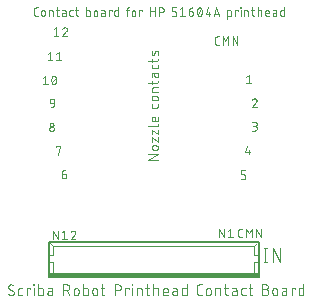
<source format=gbr>
G04 EAGLE Gerber RS-274X export*
G75*
%MOMM*%
%FSLAX34Y34*%
%LPD*%
%INSilkscreen Top*%
%IPPOS*%
%AMOC8*
5,1,8,0,0,1.08239X$1,22.5*%
G01*
%ADD10C,0.076200*%
%ADD11C,0.203200*%
%ADD12C,0.050800*%
%ADD13R,17.750000X0.375000*%
%ADD14C,0.101600*%


D10*
X95381Y56481D02*
X95381Y63719D01*
X99402Y56481D01*
X99402Y63719D01*
X102821Y62111D02*
X104832Y63719D01*
X104832Y56481D01*
X106842Y56481D02*
X102821Y56481D01*
X112233Y63720D02*
X112317Y63718D01*
X112400Y63712D01*
X112483Y63703D01*
X112566Y63689D01*
X112647Y63672D01*
X112728Y63651D01*
X112808Y63626D01*
X112887Y63598D01*
X112964Y63566D01*
X113040Y63530D01*
X113114Y63491D01*
X113186Y63449D01*
X113256Y63403D01*
X113324Y63354D01*
X113389Y63302D01*
X113452Y63248D01*
X113513Y63190D01*
X113571Y63129D01*
X113625Y63066D01*
X113677Y63001D01*
X113726Y62933D01*
X113772Y62863D01*
X113814Y62791D01*
X113853Y62717D01*
X113889Y62641D01*
X113921Y62564D01*
X113949Y62485D01*
X113974Y62405D01*
X113995Y62324D01*
X114012Y62243D01*
X114026Y62160D01*
X114035Y62077D01*
X114041Y61994D01*
X114043Y61910D01*
X112233Y63719D02*
X112139Y63717D01*
X112045Y63711D01*
X111951Y63702D01*
X111857Y63688D01*
X111765Y63671D01*
X111673Y63650D01*
X111582Y63626D01*
X111492Y63598D01*
X111403Y63566D01*
X111315Y63530D01*
X111230Y63491D01*
X111145Y63449D01*
X111063Y63403D01*
X110982Y63354D01*
X110904Y63302D01*
X110828Y63246D01*
X110754Y63188D01*
X110682Y63126D01*
X110613Y63062D01*
X110547Y62995D01*
X110483Y62925D01*
X110423Y62853D01*
X110365Y62778D01*
X110310Y62701D01*
X110259Y62622D01*
X110211Y62541D01*
X110166Y62458D01*
X110124Y62374D01*
X110086Y62287D01*
X110052Y62199D01*
X110021Y62110D01*
X113439Y60502D02*
X113501Y60564D01*
X113560Y60628D01*
X113616Y60696D01*
X113669Y60765D01*
X113719Y60837D01*
X113766Y60911D01*
X113809Y60987D01*
X113849Y61065D01*
X113885Y61144D01*
X113917Y61225D01*
X113946Y61308D01*
X113972Y61392D01*
X113993Y61476D01*
X114011Y61562D01*
X114024Y61648D01*
X114034Y61735D01*
X114040Y61823D01*
X114042Y61910D01*
X113439Y60502D02*
X110021Y56481D01*
X114042Y56481D01*
X253689Y58181D02*
X255298Y58181D01*
X253689Y58181D02*
X253610Y58183D01*
X253531Y58189D01*
X253453Y58198D01*
X253375Y58212D01*
X253298Y58229D01*
X253222Y58250D01*
X253147Y58275D01*
X253074Y58303D01*
X253001Y58335D01*
X252931Y58371D01*
X252862Y58410D01*
X252796Y58452D01*
X252731Y58497D01*
X252669Y58546D01*
X252609Y58598D01*
X252552Y58652D01*
X252498Y58709D01*
X252446Y58769D01*
X252397Y58831D01*
X252352Y58896D01*
X252310Y58962D01*
X252271Y59031D01*
X252235Y59101D01*
X252203Y59174D01*
X252175Y59247D01*
X252150Y59322D01*
X252129Y59398D01*
X252112Y59475D01*
X252098Y59553D01*
X252089Y59631D01*
X252083Y59710D01*
X252081Y59789D01*
X252081Y63811D01*
X252083Y63890D01*
X252089Y63969D01*
X252098Y64047D01*
X252112Y64125D01*
X252129Y64202D01*
X252150Y64278D01*
X252175Y64353D01*
X252203Y64426D01*
X252235Y64499D01*
X252271Y64569D01*
X252310Y64638D01*
X252352Y64704D01*
X252397Y64769D01*
X252446Y64831D01*
X252498Y64891D01*
X252552Y64948D01*
X252609Y65002D01*
X252669Y65054D01*
X252731Y65103D01*
X252796Y65148D01*
X252862Y65190D01*
X252931Y65229D01*
X253001Y65265D01*
X253074Y65297D01*
X253147Y65325D01*
X253222Y65350D01*
X253298Y65371D01*
X253375Y65388D01*
X253453Y65402D01*
X253531Y65411D01*
X253610Y65417D01*
X253689Y65419D01*
X255298Y65419D01*
X258422Y65419D02*
X258422Y58181D01*
X260834Y61398D02*
X258422Y65419D01*
X260834Y61398D02*
X263247Y65419D01*
X263247Y58181D01*
X266984Y58181D02*
X266984Y65419D01*
X271005Y58181D01*
X271005Y65419D01*
X235981Y65119D02*
X235981Y57881D01*
X240002Y57881D02*
X235981Y65119D01*
X240002Y65119D02*
X240002Y57881D01*
X243421Y63511D02*
X245432Y65119D01*
X245432Y57881D01*
X247442Y57881D02*
X243421Y57881D01*
X62096Y10934D02*
X62094Y10844D01*
X62088Y10755D01*
X62078Y10666D01*
X62065Y10578D01*
X62047Y10490D01*
X62026Y10403D01*
X62001Y10317D01*
X61972Y10232D01*
X61940Y10148D01*
X61904Y10066D01*
X61864Y9986D01*
X61821Y9907D01*
X61774Y9831D01*
X61725Y9756D01*
X61672Y9684D01*
X61616Y9614D01*
X61557Y9547D01*
X61495Y9482D01*
X61430Y9420D01*
X61363Y9361D01*
X61293Y9305D01*
X61221Y9252D01*
X61146Y9203D01*
X61070Y9156D01*
X60991Y9113D01*
X60911Y9073D01*
X60829Y9037D01*
X60745Y9005D01*
X60660Y8976D01*
X60574Y8951D01*
X60487Y8930D01*
X60399Y8912D01*
X60311Y8899D01*
X60222Y8889D01*
X60133Y8883D01*
X60043Y8881D01*
X59916Y8883D01*
X59789Y8888D01*
X59663Y8898D01*
X59537Y8911D01*
X59411Y8927D01*
X59286Y8948D01*
X59161Y8972D01*
X59038Y8999D01*
X58915Y9030D01*
X58793Y9065D01*
X58672Y9103D01*
X58552Y9145D01*
X58434Y9191D01*
X58317Y9239D01*
X58201Y9292D01*
X58087Y9347D01*
X57975Y9406D01*
X57864Y9468D01*
X57755Y9533D01*
X57649Y9602D01*
X57544Y9673D01*
X57441Y9748D01*
X57341Y9826D01*
X57243Y9906D01*
X57147Y9989D01*
X57054Y10075D01*
X56963Y10164D01*
X57220Y16066D02*
X57222Y16156D01*
X57228Y16245D01*
X57238Y16334D01*
X57251Y16423D01*
X57269Y16510D01*
X57290Y16597D01*
X57315Y16683D01*
X57344Y16768D01*
X57376Y16852D01*
X57412Y16934D01*
X57452Y17014D01*
X57495Y17093D01*
X57542Y17169D01*
X57591Y17244D01*
X57644Y17316D01*
X57700Y17386D01*
X57759Y17453D01*
X57821Y17518D01*
X57886Y17580D01*
X57953Y17639D01*
X58023Y17695D01*
X58095Y17748D01*
X58170Y17797D01*
X58247Y17844D01*
X58325Y17887D01*
X58405Y17927D01*
X58487Y17963D01*
X58571Y17995D01*
X58656Y18024D01*
X58742Y18049D01*
X58829Y18070D01*
X58917Y18088D01*
X59005Y18101D01*
X59094Y18111D01*
X59183Y18117D01*
X59273Y18119D01*
X59397Y18117D01*
X59521Y18111D01*
X59644Y18101D01*
X59767Y18087D01*
X59890Y18069D01*
X60011Y18047D01*
X60133Y18022D01*
X60253Y17992D01*
X60372Y17959D01*
X60490Y17921D01*
X60607Y17880D01*
X60722Y17836D01*
X60836Y17787D01*
X60949Y17735D01*
X61059Y17679D01*
X61168Y17620D01*
X61275Y17557D01*
X61380Y17491D01*
X61482Y17422D01*
X61582Y17349D01*
X58246Y14270D02*
X58170Y14317D01*
X58095Y14368D01*
X58023Y14422D01*
X57953Y14479D01*
X57886Y14539D01*
X57821Y14602D01*
X57759Y14667D01*
X57700Y14735D01*
X57644Y14806D01*
X57591Y14879D01*
X57541Y14954D01*
X57495Y15032D01*
X57452Y15111D01*
X57412Y15192D01*
X57376Y15275D01*
X57344Y15359D01*
X57315Y15444D01*
X57290Y15531D01*
X57269Y15619D01*
X57251Y15707D01*
X57238Y15796D01*
X57228Y15886D01*
X57222Y15976D01*
X57220Y16066D01*
X61069Y12730D02*
X61146Y12683D01*
X61221Y12632D01*
X61293Y12578D01*
X61363Y12521D01*
X61430Y12461D01*
X61495Y12398D01*
X61557Y12333D01*
X61616Y12265D01*
X61672Y12194D01*
X61725Y12121D01*
X61775Y12046D01*
X61821Y11968D01*
X61864Y11889D01*
X61904Y11808D01*
X61940Y11725D01*
X61972Y11641D01*
X62001Y11556D01*
X62026Y11469D01*
X62047Y11382D01*
X62065Y11293D01*
X62078Y11204D01*
X62088Y11114D01*
X62094Y11024D01*
X62096Y10934D01*
X61069Y12730D02*
X58247Y14270D01*
X67127Y8881D02*
X69179Y8881D01*
X67127Y8881D02*
X67051Y8883D01*
X66976Y8888D01*
X66901Y8898D01*
X66827Y8911D01*
X66753Y8927D01*
X66680Y8947D01*
X66608Y8971D01*
X66538Y8998D01*
X66469Y9029D01*
X66401Y9063D01*
X66335Y9100D01*
X66271Y9141D01*
X66210Y9184D01*
X66150Y9231D01*
X66093Y9280D01*
X66038Y9332D01*
X65986Y9387D01*
X65937Y9444D01*
X65890Y9504D01*
X65847Y9565D01*
X65806Y9629D01*
X65769Y9695D01*
X65735Y9763D01*
X65704Y9832D01*
X65677Y9902D01*
X65653Y9974D01*
X65633Y10047D01*
X65617Y10121D01*
X65604Y10195D01*
X65594Y10270D01*
X65589Y10345D01*
X65587Y10421D01*
X65587Y13500D01*
X65589Y13576D01*
X65594Y13651D01*
X65604Y13726D01*
X65617Y13800D01*
X65633Y13874D01*
X65653Y13947D01*
X65677Y14019D01*
X65704Y14089D01*
X65735Y14158D01*
X65769Y14226D01*
X65806Y14292D01*
X65847Y14356D01*
X65890Y14417D01*
X65937Y14477D01*
X65986Y14534D01*
X66038Y14589D01*
X66093Y14641D01*
X66150Y14690D01*
X66210Y14737D01*
X66271Y14780D01*
X66335Y14821D01*
X66401Y14858D01*
X66469Y14892D01*
X66538Y14923D01*
X66608Y14950D01*
X66680Y14974D01*
X66753Y14994D01*
X66827Y15010D01*
X66901Y15023D01*
X66976Y15033D01*
X67051Y15038D01*
X67127Y15040D01*
X69179Y15040D01*
X72828Y15040D02*
X72828Y8881D01*
X72828Y15040D02*
X75907Y15040D01*
X75907Y14013D01*
X78730Y15040D02*
X78730Y8881D01*
X78473Y17606D02*
X78473Y18119D01*
X78986Y18119D01*
X78986Y17606D01*
X78473Y17606D01*
X82722Y18119D02*
X82722Y8881D01*
X85288Y8881D01*
X85364Y8883D01*
X85439Y8888D01*
X85514Y8898D01*
X85588Y8911D01*
X85662Y8927D01*
X85735Y8947D01*
X85807Y8971D01*
X85877Y8998D01*
X85946Y9029D01*
X86014Y9063D01*
X86080Y9100D01*
X86144Y9141D01*
X86205Y9184D01*
X86265Y9231D01*
X86322Y9280D01*
X86377Y9332D01*
X86429Y9387D01*
X86478Y9444D01*
X86525Y9504D01*
X86568Y9565D01*
X86609Y9629D01*
X86646Y9695D01*
X86680Y9763D01*
X86711Y9832D01*
X86738Y9902D01*
X86762Y9974D01*
X86782Y10047D01*
X86798Y10121D01*
X86811Y10195D01*
X86821Y10270D01*
X86826Y10345D01*
X86828Y10421D01*
X86828Y13500D01*
X86826Y13576D01*
X86821Y13651D01*
X86811Y13726D01*
X86798Y13800D01*
X86782Y13874D01*
X86762Y13947D01*
X86738Y14019D01*
X86711Y14089D01*
X86680Y14158D01*
X86646Y14226D01*
X86609Y14292D01*
X86568Y14356D01*
X86525Y14417D01*
X86478Y14477D01*
X86429Y14534D01*
X86377Y14589D01*
X86322Y14641D01*
X86265Y14690D01*
X86205Y14737D01*
X86144Y14780D01*
X86080Y14821D01*
X86014Y14858D01*
X85946Y14892D01*
X85877Y14923D01*
X85807Y14950D01*
X85735Y14974D01*
X85662Y14994D01*
X85588Y15010D01*
X85514Y15023D01*
X85439Y15033D01*
X85364Y15038D01*
X85288Y15040D01*
X82722Y15040D01*
X92228Y12474D02*
X94537Y12474D01*
X92228Y12473D02*
X92145Y12471D01*
X92062Y12465D01*
X91980Y12456D01*
X91898Y12442D01*
X91817Y12425D01*
X91737Y12404D01*
X91657Y12380D01*
X91579Y12352D01*
X91503Y12320D01*
X91427Y12285D01*
X91354Y12246D01*
X91283Y12204D01*
X91213Y12159D01*
X91146Y12110D01*
X91081Y12059D01*
X91018Y12004D01*
X90958Y11947D01*
X90901Y11887D01*
X90846Y11824D01*
X90795Y11759D01*
X90746Y11692D01*
X90701Y11622D01*
X90659Y11551D01*
X90620Y11478D01*
X90585Y11402D01*
X90553Y11326D01*
X90525Y11248D01*
X90501Y11168D01*
X90480Y11088D01*
X90463Y11007D01*
X90449Y10925D01*
X90440Y10843D01*
X90434Y10760D01*
X90432Y10677D01*
X90434Y10594D01*
X90440Y10511D01*
X90449Y10429D01*
X90463Y10347D01*
X90480Y10266D01*
X90501Y10186D01*
X90525Y10106D01*
X90553Y10028D01*
X90585Y9952D01*
X90620Y9876D01*
X90659Y9803D01*
X90701Y9732D01*
X90746Y9662D01*
X90795Y9595D01*
X90846Y9530D01*
X90901Y9467D01*
X90958Y9407D01*
X91018Y9350D01*
X91081Y9295D01*
X91146Y9244D01*
X91213Y9195D01*
X91283Y9150D01*
X91354Y9108D01*
X91427Y9069D01*
X91503Y9034D01*
X91579Y9002D01*
X91657Y8974D01*
X91737Y8950D01*
X91817Y8929D01*
X91898Y8912D01*
X91980Y8898D01*
X92062Y8889D01*
X92145Y8883D01*
X92228Y8881D01*
X94537Y8881D01*
X94537Y13500D01*
X94535Y13576D01*
X94530Y13651D01*
X94520Y13726D01*
X94507Y13800D01*
X94491Y13874D01*
X94471Y13947D01*
X94447Y14019D01*
X94420Y14089D01*
X94389Y14158D01*
X94355Y14226D01*
X94318Y14292D01*
X94277Y14356D01*
X94234Y14417D01*
X94187Y14477D01*
X94138Y14534D01*
X94086Y14589D01*
X94031Y14641D01*
X93974Y14690D01*
X93914Y14737D01*
X93853Y14780D01*
X93789Y14821D01*
X93723Y14858D01*
X93655Y14892D01*
X93586Y14923D01*
X93516Y14950D01*
X93444Y14974D01*
X93371Y14994D01*
X93297Y15010D01*
X93223Y15023D01*
X93148Y15033D01*
X93073Y15038D01*
X92997Y15040D01*
X90945Y15040D01*
X103820Y18119D02*
X103820Y8881D01*
X103820Y18119D02*
X106386Y18119D01*
X106485Y18117D01*
X106585Y18111D01*
X106684Y18102D01*
X106782Y18088D01*
X106880Y18071D01*
X106978Y18050D01*
X107074Y18025D01*
X107169Y17996D01*
X107264Y17964D01*
X107356Y17928D01*
X107448Y17889D01*
X107538Y17846D01*
X107626Y17800D01*
X107712Y17750D01*
X107796Y17697D01*
X107878Y17641D01*
X107958Y17581D01*
X108035Y17519D01*
X108110Y17453D01*
X108183Y17385D01*
X108252Y17314D01*
X108319Y17240D01*
X108383Y17164D01*
X108444Y17085D01*
X108502Y17004D01*
X108557Y16921D01*
X108608Y16836D01*
X108656Y16749D01*
X108701Y16660D01*
X108742Y16569D01*
X108780Y16477D01*
X108814Y16384D01*
X108844Y16289D01*
X108871Y16193D01*
X108894Y16096D01*
X108913Y15999D01*
X108928Y15900D01*
X108940Y15801D01*
X108948Y15702D01*
X108952Y15603D01*
X108952Y15503D01*
X108948Y15404D01*
X108940Y15305D01*
X108928Y15206D01*
X108913Y15107D01*
X108894Y15010D01*
X108871Y14913D01*
X108844Y14817D01*
X108814Y14722D01*
X108780Y14629D01*
X108742Y14537D01*
X108701Y14446D01*
X108656Y14357D01*
X108608Y14270D01*
X108557Y14185D01*
X108502Y14102D01*
X108444Y14021D01*
X108383Y13942D01*
X108319Y13866D01*
X108252Y13792D01*
X108183Y13721D01*
X108110Y13653D01*
X108035Y13587D01*
X107958Y13525D01*
X107878Y13465D01*
X107796Y13409D01*
X107712Y13356D01*
X107626Y13306D01*
X107538Y13260D01*
X107448Y13217D01*
X107356Y13178D01*
X107264Y13142D01*
X107169Y13110D01*
X107074Y13081D01*
X106978Y13056D01*
X106880Y13035D01*
X106782Y13018D01*
X106684Y13004D01*
X106585Y12995D01*
X106485Y12989D01*
X106386Y12987D01*
X103820Y12987D01*
X106899Y12987D02*
X108952Y8881D01*
X112677Y10934D02*
X112677Y12987D01*
X112676Y12987D02*
X112678Y13077D01*
X112684Y13166D01*
X112694Y13255D01*
X112707Y13343D01*
X112725Y13431D01*
X112746Y13518D01*
X112771Y13604D01*
X112800Y13689D01*
X112832Y13773D01*
X112868Y13855D01*
X112908Y13935D01*
X112951Y14014D01*
X112998Y14090D01*
X113047Y14165D01*
X113100Y14237D01*
X113156Y14307D01*
X113215Y14374D01*
X113277Y14439D01*
X113342Y14501D01*
X113409Y14560D01*
X113479Y14616D01*
X113551Y14669D01*
X113626Y14718D01*
X113703Y14765D01*
X113781Y14808D01*
X113861Y14848D01*
X113943Y14884D01*
X114027Y14916D01*
X114112Y14945D01*
X114198Y14970D01*
X114285Y14991D01*
X114373Y15009D01*
X114461Y15022D01*
X114550Y15032D01*
X114639Y15038D01*
X114729Y15040D01*
X114819Y15038D01*
X114908Y15032D01*
X114997Y15022D01*
X115085Y15009D01*
X115173Y14991D01*
X115260Y14970D01*
X115346Y14945D01*
X115431Y14916D01*
X115515Y14884D01*
X115597Y14848D01*
X115677Y14808D01*
X115756Y14765D01*
X115832Y14718D01*
X115907Y14669D01*
X115979Y14616D01*
X116049Y14560D01*
X116116Y14501D01*
X116181Y14439D01*
X116243Y14374D01*
X116302Y14307D01*
X116358Y14237D01*
X116411Y14165D01*
X116460Y14090D01*
X116507Y14014D01*
X116550Y13935D01*
X116590Y13855D01*
X116626Y13773D01*
X116658Y13689D01*
X116687Y13604D01*
X116712Y13518D01*
X116733Y13431D01*
X116751Y13343D01*
X116764Y13255D01*
X116774Y13166D01*
X116780Y13077D01*
X116782Y12987D01*
X116782Y10934D01*
X116780Y10844D01*
X116774Y10755D01*
X116764Y10666D01*
X116751Y10578D01*
X116733Y10490D01*
X116712Y10403D01*
X116687Y10317D01*
X116658Y10232D01*
X116626Y10148D01*
X116590Y10066D01*
X116550Y9986D01*
X116507Y9907D01*
X116460Y9831D01*
X116411Y9756D01*
X116358Y9684D01*
X116302Y9614D01*
X116243Y9547D01*
X116181Y9482D01*
X116116Y9420D01*
X116049Y9361D01*
X115979Y9305D01*
X115907Y9252D01*
X115832Y9203D01*
X115756Y9156D01*
X115677Y9113D01*
X115597Y9073D01*
X115515Y9037D01*
X115431Y9005D01*
X115346Y8976D01*
X115260Y8951D01*
X115173Y8930D01*
X115085Y8912D01*
X114997Y8899D01*
X114908Y8889D01*
X114819Y8883D01*
X114729Y8881D01*
X114639Y8883D01*
X114550Y8889D01*
X114461Y8899D01*
X114373Y8912D01*
X114285Y8930D01*
X114198Y8951D01*
X114112Y8976D01*
X114027Y9005D01*
X113943Y9037D01*
X113861Y9073D01*
X113781Y9113D01*
X113703Y9156D01*
X113626Y9203D01*
X113551Y9252D01*
X113479Y9305D01*
X113409Y9361D01*
X113342Y9420D01*
X113277Y9482D01*
X113215Y9547D01*
X113156Y9614D01*
X113100Y9684D01*
X113047Y9756D01*
X112998Y9831D01*
X112951Y9908D01*
X112908Y9986D01*
X112868Y10066D01*
X112832Y10148D01*
X112800Y10232D01*
X112771Y10317D01*
X112746Y10403D01*
X112725Y10490D01*
X112707Y10578D01*
X112694Y10666D01*
X112684Y10755D01*
X112678Y10844D01*
X112676Y10934D01*
X120822Y8881D02*
X120822Y18119D01*
X120822Y8881D02*
X123388Y8881D01*
X123464Y8883D01*
X123539Y8888D01*
X123614Y8898D01*
X123688Y8911D01*
X123762Y8927D01*
X123835Y8947D01*
X123907Y8971D01*
X123977Y8998D01*
X124046Y9029D01*
X124114Y9063D01*
X124180Y9100D01*
X124244Y9141D01*
X124305Y9184D01*
X124365Y9231D01*
X124422Y9280D01*
X124477Y9332D01*
X124529Y9387D01*
X124578Y9444D01*
X124625Y9504D01*
X124668Y9565D01*
X124709Y9629D01*
X124746Y9695D01*
X124780Y9763D01*
X124811Y9832D01*
X124838Y9902D01*
X124862Y9974D01*
X124882Y10047D01*
X124898Y10121D01*
X124911Y10195D01*
X124921Y10270D01*
X124926Y10345D01*
X124928Y10421D01*
X124928Y13500D01*
X124926Y13576D01*
X124921Y13651D01*
X124911Y13726D01*
X124898Y13800D01*
X124882Y13874D01*
X124862Y13947D01*
X124838Y14019D01*
X124811Y14089D01*
X124780Y14158D01*
X124746Y14226D01*
X124709Y14292D01*
X124668Y14356D01*
X124625Y14417D01*
X124578Y14477D01*
X124529Y14534D01*
X124477Y14589D01*
X124422Y14641D01*
X124365Y14690D01*
X124305Y14737D01*
X124244Y14780D01*
X124180Y14821D01*
X124114Y14858D01*
X124046Y14892D01*
X123977Y14923D01*
X123907Y14950D01*
X123835Y14974D01*
X123762Y14994D01*
X123688Y15010D01*
X123614Y15023D01*
X123539Y15033D01*
X123464Y15038D01*
X123388Y15040D01*
X120822Y15040D01*
X128577Y12987D02*
X128577Y10934D01*
X128576Y12987D02*
X128578Y13077D01*
X128584Y13166D01*
X128594Y13255D01*
X128607Y13343D01*
X128625Y13431D01*
X128646Y13518D01*
X128671Y13604D01*
X128700Y13689D01*
X128732Y13773D01*
X128768Y13855D01*
X128808Y13935D01*
X128851Y14014D01*
X128898Y14090D01*
X128947Y14165D01*
X129000Y14237D01*
X129056Y14307D01*
X129115Y14374D01*
X129177Y14439D01*
X129242Y14501D01*
X129309Y14560D01*
X129379Y14616D01*
X129451Y14669D01*
X129526Y14718D01*
X129603Y14765D01*
X129681Y14808D01*
X129761Y14848D01*
X129843Y14884D01*
X129927Y14916D01*
X130012Y14945D01*
X130098Y14970D01*
X130185Y14991D01*
X130273Y15009D01*
X130361Y15022D01*
X130450Y15032D01*
X130539Y15038D01*
X130629Y15040D01*
X130719Y15038D01*
X130808Y15032D01*
X130897Y15022D01*
X130985Y15009D01*
X131073Y14991D01*
X131160Y14970D01*
X131246Y14945D01*
X131331Y14916D01*
X131415Y14884D01*
X131497Y14848D01*
X131577Y14808D01*
X131656Y14765D01*
X131732Y14718D01*
X131807Y14669D01*
X131879Y14616D01*
X131949Y14560D01*
X132016Y14501D01*
X132081Y14439D01*
X132143Y14374D01*
X132202Y14307D01*
X132258Y14237D01*
X132311Y14165D01*
X132360Y14090D01*
X132407Y14014D01*
X132450Y13935D01*
X132490Y13855D01*
X132526Y13773D01*
X132558Y13689D01*
X132587Y13604D01*
X132612Y13518D01*
X132633Y13431D01*
X132651Y13343D01*
X132664Y13255D01*
X132674Y13166D01*
X132680Y13077D01*
X132682Y12987D01*
X132682Y10934D01*
X132680Y10844D01*
X132674Y10755D01*
X132664Y10666D01*
X132651Y10578D01*
X132633Y10490D01*
X132612Y10403D01*
X132587Y10317D01*
X132558Y10232D01*
X132526Y10148D01*
X132490Y10066D01*
X132450Y9986D01*
X132407Y9907D01*
X132360Y9831D01*
X132311Y9756D01*
X132258Y9684D01*
X132202Y9614D01*
X132143Y9547D01*
X132081Y9482D01*
X132016Y9420D01*
X131949Y9361D01*
X131879Y9305D01*
X131807Y9252D01*
X131732Y9203D01*
X131656Y9156D01*
X131577Y9113D01*
X131497Y9073D01*
X131415Y9037D01*
X131331Y9005D01*
X131246Y8976D01*
X131160Y8951D01*
X131073Y8930D01*
X130985Y8912D01*
X130897Y8899D01*
X130808Y8889D01*
X130719Y8883D01*
X130629Y8881D01*
X130539Y8883D01*
X130450Y8889D01*
X130361Y8899D01*
X130273Y8912D01*
X130185Y8930D01*
X130098Y8951D01*
X130012Y8976D01*
X129927Y9005D01*
X129843Y9037D01*
X129761Y9073D01*
X129681Y9113D01*
X129603Y9156D01*
X129526Y9203D01*
X129451Y9252D01*
X129379Y9305D01*
X129309Y9361D01*
X129242Y9420D01*
X129177Y9482D01*
X129115Y9547D01*
X129056Y9614D01*
X129000Y9684D01*
X128947Y9756D01*
X128898Y9831D01*
X128851Y9908D01*
X128808Y9986D01*
X128768Y10066D01*
X128732Y10148D01*
X128700Y10232D01*
X128671Y10317D01*
X128646Y10403D01*
X128625Y10490D01*
X128607Y10578D01*
X128594Y10666D01*
X128584Y10755D01*
X128578Y10844D01*
X128576Y10934D01*
X135619Y15040D02*
X138698Y15040D01*
X136645Y18119D02*
X136645Y10421D01*
X136647Y10345D01*
X136652Y10270D01*
X136662Y10195D01*
X136675Y10121D01*
X136691Y10047D01*
X136711Y9974D01*
X136735Y9902D01*
X136762Y9832D01*
X136793Y9763D01*
X136827Y9695D01*
X136864Y9629D01*
X136905Y9565D01*
X136948Y9504D01*
X136995Y9444D01*
X137044Y9387D01*
X137096Y9332D01*
X137151Y9280D01*
X137208Y9231D01*
X137268Y9184D01*
X137329Y9141D01*
X137393Y9100D01*
X137459Y9063D01*
X137527Y9029D01*
X137596Y8998D01*
X137666Y8971D01*
X137738Y8947D01*
X137811Y8927D01*
X137885Y8911D01*
X137959Y8898D01*
X138034Y8888D01*
X138109Y8883D01*
X138185Y8881D01*
X138698Y8881D01*
X147393Y8881D02*
X147393Y18119D01*
X149959Y18119D01*
X150058Y18117D01*
X150158Y18111D01*
X150257Y18102D01*
X150355Y18088D01*
X150453Y18071D01*
X150551Y18050D01*
X150647Y18025D01*
X150742Y17996D01*
X150837Y17964D01*
X150929Y17928D01*
X151021Y17889D01*
X151111Y17846D01*
X151199Y17800D01*
X151285Y17750D01*
X151369Y17697D01*
X151451Y17641D01*
X151531Y17581D01*
X151608Y17519D01*
X151683Y17453D01*
X151756Y17385D01*
X151825Y17314D01*
X151892Y17240D01*
X151956Y17164D01*
X152017Y17085D01*
X152075Y17004D01*
X152130Y16921D01*
X152181Y16836D01*
X152229Y16749D01*
X152274Y16660D01*
X152315Y16569D01*
X152353Y16477D01*
X152387Y16384D01*
X152417Y16289D01*
X152444Y16193D01*
X152467Y16096D01*
X152486Y15999D01*
X152501Y15900D01*
X152513Y15801D01*
X152521Y15702D01*
X152525Y15603D01*
X152525Y15503D01*
X152521Y15404D01*
X152513Y15305D01*
X152501Y15206D01*
X152486Y15107D01*
X152467Y15010D01*
X152444Y14913D01*
X152417Y14817D01*
X152387Y14722D01*
X152353Y14629D01*
X152315Y14537D01*
X152274Y14446D01*
X152229Y14357D01*
X152181Y14270D01*
X152130Y14185D01*
X152075Y14102D01*
X152017Y14021D01*
X151956Y13942D01*
X151892Y13866D01*
X151825Y13792D01*
X151756Y13721D01*
X151683Y13653D01*
X151608Y13587D01*
X151531Y13525D01*
X151451Y13465D01*
X151369Y13409D01*
X151285Y13356D01*
X151199Y13306D01*
X151111Y13260D01*
X151021Y13217D01*
X150929Y13178D01*
X150837Y13142D01*
X150742Y13110D01*
X150647Y13081D01*
X150551Y13056D01*
X150453Y13035D01*
X150355Y13018D01*
X150257Y13004D01*
X150158Y12995D01*
X150058Y12989D01*
X149959Y12987D01*
X147393Y12987D01*
X156227Y15040D02*
X156227Y8881D01*
X156227Y15040D02*
X159307Y15040D01*
X159307Y14013D01*
X162129Y15040D02*
X162129Y8881D01*
X161873Y17606D02*
X161873Y18119D01*
X162386Y18119D01*
X162386Y17606D01*
X161873Y17606D01*
X166076Y15040D02*
X166076Y8881D01*
X166076Y15040D02*
X168642Y15040D01*
X168718Y15038D01*
X168793Y15033D01*
X168868Y15023D01*
X168942Y15010D01*
X169016Y14994D01*
X169089Y14974D01*
X169161Y14950D01*
X169231Y14923D01*
X169300Y14892D01*
X169368Y14858D01*
X169434Y14821D01*
X169498Y14780D01*
X169559Y14737D01*
X169619Y14690D01*
X169676Y14641D01*
X169731Y14589D01*
X169783Y14534D01*
X169832Y14477D01*
X169879Y14417D01*
X169922Y14356D01*
X169963Y14292D01*
X170000Y14226D01*
X170034Y14158D01*
X170065Y14089D01*
X170092Y14019D01*
X170116Y13947D01*
X170136Y13874D01*
X170152Y13800D01*
X170165Y13726D01*
X170175Y13651D01*
X170180Y13576D01*
X170182Y13500D01*
X170182Y8881D01*
X173419Y15040D02*
X176498Y15040D01*
X174445Y18119D02*
X174445Y10421D01*
X174447Y10345D01*
X174452Y10270D01*
X174462Y10195D01*
X174475Y10121D01*
X174491Y10047D01*
X174511Y9974D01*
X174535Y9902D01*
X174562Y9832D01*
X174593Y9763D01*
X174627Y9695D01*
X174664Y9629D01*
X174705Y9565D01*
X174748Y9504D01*
X174795Y9444D01*
X174844Y9387D01*
X174896Y9332D01*
X174951Y9280D01*
X175008Y9231D01*
X175068Y9184D01*
X175129Y9141D01*
X175193Y9100D01*
X175259Y9063D01*
X175327Y9029D01*
X175396Y8998D01*
X175466Y8971D01*
X175538Y8947D01*
X175611Y8927D01*
X175685Y8911D01*
X175759Y8898D01*
X175834Y8888D01*
X175909Y8883D01*
X175985Y8881D01*
X176498Y8881D01*
X180176Y8881D02*
X180176Y18119D01*
X180176Y15040D02*
X182742Y15040D01*
X182818Y15038D01*
X182893Y15033D01*
X182968Y15023D01*
X183042Y15010D01*
X183116Y14994D01*
X183189Y14974D01*
X183261Y14950D01*
X183331Y14923D01*
X183400Y14892D01*
X183468Y14858D01*
X183534Y14821D01*
X183598Y14780D01*
X183659Y14737D01*
X183719Y14690D01*
X183776Y14641D01*
X183831Y14589D01*
X183883Y14534D01*
X183932Y14477D01*
X183979Y14417D01*
X184022Y14356D01*
X184063Y14292D01*
X184100Y14226D01*
X184134Y14158D01*
X184165Y14089D01*
X184192Y14019D01*
X184216Y13947D01*
X184236Y13874D01*
X184252Y13800D01*
X184265Y13726D01*
X184275Y13651D01*
X184280Y13576D01*
X184282Y13500D01*
X184282Y8881D01*
X189816Y8881D02*
X192382Y8881D01*
X189816Y8881D02*
X189740Y8883D01*
X189665Y8888D01*
X189590Y8898D01*
X189516Y8911D01*
X189442Y8927D01*
X189369Y8947D01*
X189297Y8971D01*
X189227Y8998D01*
X189158Y9029D01*
X189090Y9063D01*
X189024Y9100D01*
X188960Y9141D01*
X188899Y9184D01*
X188839Y9231D01*
X188782Y9280D01*
X188727Y9332D01*
X188675Y9387D01*
X188626Y9444D01*
X188579Y9504D01*
X188536Y9565D01*
X188495Y9629D01*
X188458Y9695D01*
X188424Y9763D01*
X188393Y9832D01*
X188366Y9902D01*
X188342Y9974D01*
X188322Y10047D01*
X188306Y10121D01*
X188293Y10195D01*
X188283Y10270D01*
X188278Y10345D01*
X188276Y10421D01*
X188276Y12987D01*
X188278Y13077D01*
X188284Y13166D01*
X188294Y13255D01*
X188307Y13343D01*
X188325Y13431D01*
X188346Y13518D01*
X188371Y13604D01*
X188400Y13689D01*
X188432Y13773D01*
X188468Y13855D01*
X188508Y13935D01*
X188551Y14014D01*
X188598Y14090D01*
X188647Y14165D01*
X188700Y14237D01*
X188756Y14307D01*
X188815Y14374D01*
X188877Y14439D01*
X188942Y14501D01*
X189009Y14560D01*
X189079Y14616D01*
X189151Y14669D01*
X189226Y14718D01*
X189303Y14765D01*
X189381Y14808D01*
X189461Y14848D01*
X189543Y14884D01*
X189627Y14916D01*
X189712Y14945D01*
X189798Y14970D01*
X189885Y14991D01*
X189973Y15009D01*
X190061Y15022D01*
X190150Y15032D01*
X190239Y15038D01*
X190329Y15040D01*
X190419Y15038D01*
X190508Y15032D01*
X190597Y15022D01*
X190685Y15009D01*
X190773Y14991D01*
X190860Y14970D01*
X190946Y14945D01*
X191031Y14916D01*
X191115Y14884D01*
X191197Y14848D01*
X191277Y14808D01*
X191356Y14765D01*
X191432Y14718D01*
X191507Y14669D01*
X191579Y14616D01*
X191649Y14560D01*
X191716Y14501D01*
X191781Y14439D01*
X191843Y14374D01*
X191902Y14307D01*
X191958Y14237D01*
X192011Y14165D01*
X192060Y14090D01*
X192107Y14014D01*
X192150Y13935D01*
X192190Y13855D01*
X192226Y13773D01*
X192258Y13689D01*
X192287Y13604D01*
X192312Y13518D01*
X192333Y13431D01*
X192351Y13343D01*
X192364Y13255D01*
X192374Y13166D01*
X192380Y13077D01*
X192382Y12987D01*
X192382Y11960D01*
X188276Y11960D01*
X197827Y12474D02*
X200137Y12474D01*
X197827Y12473D02*
X197744Y12471D01*
X197661Y12465D01*
X197579Y12456D01*
X197497Y12442D01*
X197416Y12425D01*
X197336Y12404D01*
X197256Y12380D01*
X197178Y12352D01*
X197102Y12320D01*
X197026Y12285D01*
X196953Y12246D01*
X196882Y12204D01*
X196812Y12159D01*
X196745Y12110D01*
X196680Y12059D01*
X196617Y12004D01*
X196557Y11947D01*
X196500Y11887D01*
X196445Y11824D01*
X196394Y11759D01*
X196345Y11692D01*
X196300Y11622D01*
X196258Y11551D01*
X196219Y11478D01*
X196184Y11402D01*
X196152Y11326D01*
X196124Y11248D01*
X196100Y11168D01*
X196079Y11088D01*
X196062Y11007D01*
X196048Y10925D01*
X196039Y10843D01*
X196033Y10760D01*
X196031Y10677D01*
X196033Y10594D01*
X196039Y10511D01*
X196048Y10429D01*
X196062Y10347D01*
X196079Y10266D01*
X196100Y10186D01*
X196124Y10106D01*
X196152Y10028D01*
X196184Y9952D01*
X196219Y9876D01*
X196258Y9803D01*
X196300Y9732D01*
X196345Y9662D01*
X196394Y9595D01*
X196445Y9530D01*
X196500Y9467D01*
X196557Y9407D01*
X196617Y9350D01*
X196680Y9295D01*
X196745Y9244D01*
X196812Y9195D01*
X196882Y9150D01*
X196953Y9108D01*
X197026Y9069D01*
X197102Y9034D01*
X197178Y9002D01*
X197256Y8974D01*
X197336Y8950D01*
X197416Y8929D01*
X197497Y8912D01*
X197579Y8898D01*
X197661Y8889D01*
X197744Y8883D01*
X197827Y8881D01*
X200137Y8881D01*
X200137Y13500D01*
X200135Y13576D01*
X200130Y13651D01*
X200120Y13726D01*
X200107Y13800D01*
X200091Y13874D01*
X200071Y13947D01*
X200047Y14019D01*
X200020Y14089D01*
X199989Y14158D01*
X199955Y14226D01*
X199918Y14292D01*
X199877Y14356D01*
X199834Y14417D01*
X199787Y14477D01*
X199738Y14534D01*
X199686Y14589D01*
X199631Y14641D01*
X199574Y14690D01*
X199514Y14737D01*
X199453Y14780D01*
X199389Y14821D01*
X199323Y14858D01*
X199255Y14892D01*
X199186Y14923D01*
X199116Y14950D01*
X199044Y14974D01*
X198971Y14994D01*
X198897Y15010D01*
X198823Y15023D01*
X198748Y15033D01*
X198673Y15038D01*
X198597Y15040D01*
X196544Y15040D01*
X208237Y18119D02*
X208237Y8881D01*
X205671Y8881D01*
X205595Y8883D01*
X205520Y8888D01*
X205445Y8898D01*
X205371Y8911D01*
X205297Y8927D01*
X205224Y8947D01*
X205152Y8971D01*
X205082Y8998D01*
X205013Y9029D01*
X204945Y9063D01*
X204879Y9100D01*
X204815Y9141D01*
X204754Y9184D01*
X204694Y9231D01*
X204637Y9280D01*
X204582Y9332D01*
X204530Y9387D01*
X204481Y9444D01*
X204434Y9504D01*
X204391Y9565D01*
X204350Y9629D01*
X204313Y9695D01*
X204279Y9763D01*
X204248Y9832D01*
X204221Y9902D01*
X204197Y9974D01*
X204177Y10047D01*
X204161Y10121D01*
X204148Y10195D01*
X204138Y10270D01*
X204133Y10345D01*
X204131Y10421D01*
X204131Y13500D01*
X204133Y13576D01*
X204138Y13651D01*
X204148Y13726D01*
X204161Y13800D01*
X204177Y13874D01*
X204197Y13947D01*
X204221Y14019D01*
X204248Y14089D01*
X204279Y14158D01*
X204313Y14226D01*
X204350Y14292D01*
X204391Y14356D01*
X204434Y14417D01*
X204481Y14477D01*
X204530Y14534D01*
X204582Y14589D01*
X204637Y14641D01*
X204694Y14690D01*
X204754Y14737D01*
X204815Y14780D01*
X204879Y14821D01*
X204945Y14858D01*
X205013Y14892D01*
X205082Y14923D01*
X205152Y14950D01*
X205224Y14974D01*
X205297Y14994D01*
X205371Y15010D01*
X205445Y15023D01*
X205520Y15033D01*
X205595Y15038D01*
X205671Y15040D01*
X208237Y15040D01*
X219190Y8881D02*
X221243Y8881D01*
X219190Y8881D02*
X219100Y8883D01*
X219011Y8889D01*
X218922Y8899D01*
X218834Y8912D01*
X218746Y8930D01*
X218659Y8951D01*
X218573Y8976D01*
X218488Y9005D01*
X218404Y9037D01*
X218322Y9073D01*
X218242Y9113D01*
X218164Y9156D01*
X218087Y9203D01*
X218012Y9252D01*
X217940Y9305D01*
X217870Y9361D01*
X217803Y9420D01*
X217738Y9482D01*
X217676Y9547D01*
X217617Y9614D01*
X217561Y9684D01*
X217508Y9756D01*
X217459Y9831D01*
X217412Y9908D01*
X217369Y9986D01*
X217329Y10066D01*
X217293Y10148D01*
X217261Y10232D01*
X217232Y10317D01*
X217207Y10403D01*
X217186Y10490D01*
X217168Y10578D01*
X217155Y10666D01*
X217145Y10755D01*
X217139Y10844D01*
X217137Y10934D01*
X217138Y10934D02*
X217138Y16066D01*
X217137Y16066D02*
X217139Y16156D01*
X217145Y16245D01*
X217155Y16334D01*
X217168Y16422D01*
X217186Y16510D01*
X217207Y16597D01*
X217232Y16683D01*
X217261Y16768D01*
X217293Y16852D01*
X217329Y16934D01*
X217369Y17014D01*
X217412Y17092D01*
X217459Y17169D01*
X217508Y17244D01*
X217561Y17316D01*
X217617Y17386D01*
X217676Y17453D01*
X217738Y17518D01*
X217803Y17580D01*
X217870Y17639D01*
X217940Y17695D01*
X218012Y17748D01*
X218087Y17797D01*
X218163Y17844D01*
X218242Y17887D01*
X218322Y17927D01*
X218404Y17963D01*
X218488Y17995D01*
X218573Y18024D01*
X218659Y18049D01*
X218746Y18070D01*
X218833Y18088D01*
X218922Y18101D01*
X219011Y18111D01*
X219100Y18117D01*
X219190Y18119D01*
X221243Y18119D01*
X224576Y12987D02*
X224576Y10934D01*
X224576Y12987D02*
X224578Y13077D01*
X224584Y13166D01*
X224594Y13255D01*
X224607Y13343D01*
X224625Y13431D01*
X224646Y13518D01*
X224671Y13604D01*
X224700Y13689D01*
X224732Y13773D01*
X224768Y13855D01*
X224808Y13935D01*
X224851Y14014D01*
X224898Y14090D01*
X224947Y14165D01*
X225000Y14237D01*
X225056Y14307D01*
X225115Y14374D01*
X225177Y14439D01*
X225242Y14501D01*
X225309Y14560D01*
X225379Y14616D01*
X225451Y14669D01*
X225526Y14718D01*
X225603Y14765D01*
X225681Y14808D01*
X225761Y14848D01*
X225843Y14884D01*
X225927Y14916D01*
X226012Y14945D01*
X226098Y14970D01*
X226185Y14991D01*
X226273Y15009D01*
X226361Y15022D01*
X226450Y15032D01*
X226539Y15038D01*
X226629Y15040D01*
X226719Y15038D01*
X226808Y15032D01*
X226897Y15022D01*
X226985Y15009D01*
X227073Y14991D01*
X227160Y14970D01*
X227246Y14945D01*
X227331Y14916D01*
X227415Y14884D01*
X227497Y14848D01*
X227577Y14808D01*
X227656Y14765D01*
X227732Y14718D01*
X227807Y14669D01*
X227879Y14616D01*
X227949Y14560D01*
X228016Y14501D01*
X228081Y14439D01*
X228143Y14374D01*
X228202Y14307D01*
X228258Y14237D01*
X228311Y14165D01*
X228360Y14090D01*
X228407Y14014D01*
X228450Y13935D01*
X228490Y13855D01*
X228526Y13773D01*
X228558Y13689D01*
X228587Y13604D01*
X228612Y13518D01*
X228633Y13431D01*
X228651Y13343D01*
X228664Y13255D01*
X228674Y13166D01*
X228680Y13077D01*
X228682Y12987D01*
X228682Y10934D01*
X228680Y10844D01*
X228674Y10755D01*
X228664Y10666D01*
X228651Y10578D01*
X228633Y10490D01*
X228612Y10403D01*
X228587Y10317D01*
X228558Y10232D01*
X228526Y10148D01*
X228490Y10066D01*
X228450Y9986D01*
X228407Y9907D01*
X228360Y9831D01*
X228311Y9756D01*
X228258Y9684D01*
X228202Y9614D01*
X228143Y9547D01*
X228081Y9482D01*
X228016Y9420D01*
X227949Y9361D01*
X227879Y9305D01*
X227807Y9252D01*
X227732Y9203D01*
X227656Y9156D01*
X227577Y9113D01*
X227497Y9073D01*
X227415Y9037D01*
X227331Y9005D01*
X227246Y8976D01*
X227160Y8951D01*
X227073Y8930D01*
X226985Y8912D01*
X226897Y8899D01*
X226808Y8889D01*
X226719Y8883D01*
X226629Y8881D01*
X226539Y8883D01*
X226450Y8889D01*
X226361Y8899D01*
X226273Y8912D01*
X226185Y8930D01*
X226098Y8951D01*
X226012Y8976D01*
X225927Y9005D01*
X225843Y9037D01*
X225761Y9073D01*
X225681Y9113D01*
X225603Y9156D01*
X225526Y9203D01*
X225451Y9252D01*
X225379Y9305D01*
X225309Y9361D01*
X225242Y9420D01*
X225177Y9482D01*
X225115Y9547D01*
X225056Y9614D01*
X225000Y9684D01*
X224947Y9756D01*
X224898Y9831D01*
X224851Y9908D01*
X224808Y9986D01*
X224768Y10066D01*
X224732Y10148D01*
X224700Y10232D01*
X224671Y10317D01*
X224646Y10403D01*
X224625Y10490D01*
X224607Y10578D01*
X224594Y10666D01*
X224584Y10755D01*
X224578Y10844D01*
X224576Y10934D01*
X232676Y8881D02*
X232676Y15040D01*
X235242Y15040D01*
X235318Y15038D01*
X235393Y15033D01*
X235468Y15023D01*
X235542Y15010D01*
X235616Y14994D01*
X235689Y14974D01*
X235761Y14950D01*
X235831Y14923D01*
X235900Y14892D01*
X235968Y14858D01*
X236034Y14821D01*
X236098Y14780D01*
X236159Y14737D01*
X236219Y14690D01*
X236276Y14641D01*
X236331Y14589D01*
X236383Y14534D01*
X236432Y14477D01*
X236479Y14417D01*
X236522Y14356D01*
X236563Y14292D01*
X236600Y14226D01*
X236634Y14158D01*
X236665Y14089D01*
X236692Y14019D01*
X236716Y13947D01*
X236736Y13874D01*
X236752Y13800D01*
X236765Y13726D01*
X236775Y13651D01*
X236780Y13576D01*
X236782Y13500D01*
X236782Y8881D01*
X240018Y15040D02*
X243098Y15040D01*
X241045Y18119D02*
X241045Y10421D01*
X241047Y10345D01*
X241052Y10270D01*
X241062Y10195D01*
X241075Y10121D01*
X241091Y10047D01*
X241111Y9974D01*
X241135Y9902D01*
X241162Y9832D01*
X241193Y9763D01*
X241227Y9695D01*
X241264Y9629D01*
X241305Y9565D01*
X241348Y9504D01*
X241395Y9444D01*
X241444Y9387D01*
X241496Y9332D01*
X241551Y9280D01*
X241608Y9231D01*
X241668Y9184D01*
X241729Y9141D01*
X241793Y9100D01*
X241859Y9063D01*
X241927Y9029D01*
X241996Y8998D01*
X242066Y8971D01*
X242138Y8947D01*
X242211Y8927D01*
X242285Y8911D01*
X242359Y8898D01*
X242434Y8888D01*
X242509Y8883D01*
X242585Y8881D01*
X243098Y8881D01*
X248227Y12474D02*
X250537Y12474D01*
X248227Y12473D02*
X248144Y12471D01*
X248061Y12465D01*
X247979Y12456D01*
X247897Y12442D01*
X247816Y12425D01*
X247736Y12404D01*
X247656Y12380D01*
X247578Y12352D01*
X247502Y12320D01*
X247426Y12285D01*
X247353Y12246D01*
X247282Y12204D01*
X247212Y12159D01*
X247145Y12110D01*
X247080Y12059D01*
X247017Y12004D01*
X246957Y11947D01*
X246900Y11887D01*
X246845Y11824D01*
X246794Y11759D01*
X246745Y11692D01*
X246700Y11622D01*
X246658Y11551D01*
X246619Y11478D01*
X246584Y11402D01*
X246552Y11326D01*
X246524Y11248D01*
X246500Y11168D01*
X246479Y11088D01*
X246462Y11007D01*
X246448Y10925D01*
X246439Y10843D01*
X246433Y10760D01*
X246431Y10677D01*
X246433Y10594D01*
X246439Y10511D01*
X246448Y10429D01*
X246462Y10347D01*
X246479Y10266D01*
X246500Y10186D01*
X246524Y10106D01*
X246552Y10028D01*
X246584Y9952D01*
X246619Y9876D01*
X246658Y9803D01*
X246700Y9732D01*
X246745Y9662D01*
X246794Y9595D01*
X246845Y9530D01*
X246900Y9467D01*
X246957Y9407D01*
X247017Y9350D01*
X247080Y9295D01*
X247145Y9244D01*
X247212Y9195D01*
X247282Y9150D01*
X247353Y9108D01*
X247426Y9069D01*
X247502Y9034D01*
X247578Y9002D01*
X247656Y8974D01*
X247736Y8950D01*
X247816Y8929D01*
X247897Y8912D01*
X247979Y8898D01*
X248061Y8889D01*
X248144Y8883D01*
X248227Y8881D01*
X250537Y8881D01*
X250537Y13500D01*
X250535Y13576D01*
X250530Y13651D01*
X250520Y13726D01*
X250507Y13800D01*
X250491Y13874D01*
X250471Y13947D01*
X250447Y14019D01*
X250420Y14089D01*
X250389Y14158D01*
X250355Y14226D01*
X250318Y14292D01*
X250277Y14356D01*
X250234Y14417D01*
X250187Y14477D01*
X250138Y14534D01*
X250086Y14589D01*
X250031Y14641D01*
X249974Y14690D01*
X249914Y14737D01*
X249853Y14780D01*
X249789Y14821D01*
X249723Y14858D01*
X249655Y14892D01*
X249586Y14923D01*
X249516Y14950D01*
X249444Y14974D01*
X249371Y14994D01*
X249297Y15010D01*
X249223Y15023D01*
X249148Y15033D01*
X249073Y15038D01*
X248997Y15040D01*
X246944Y15040D01*
X256126Y8881D02*
X258179Y8881D01*
X256126Y8881D02*
X256050Y8883D01*
X255975Y8888D01*
X255900Y8898D01*
X255826Y8911D01*
X255752Y8927D01*
X255679Y8947D01*
X255607Y8971D01*
X255537Y8998D01*
X255468Y9029D01*
X255400Y9063D01*
X255334Y9100D01*
X255270Y9141D01*
X255209Y9184D01*
X255149Y9231D01*
X255092Y9280D01*
X255037Y9332D01*
X254985Y9387D01*
X254936Y9444D01*
X254889Y9504D01*
X254846Y9565D01*
X254805Y9629D01*
X254768Y9695D01*
X254734Y9763D01*
X254703Y9832D01*
X254676Y9902D01*
X254652Y9974D01*
X254632Y10047D01*
X254616Y10121D01*
X254603Y10195D01*
X254593Y10270D01*
X254588Y10345D01*
X254586Y10421D01*
X254586Y13500D01*
X254588Y13576D01*
X254593Y13651D01*
X254603Y13726D01*
X254616Y13800D01*
X254632Y13874D01*
X254652Y13947D01*
X254676Y14019D01*
X254703Y14089D01*
X254734Y14158D01*
X254768Y14226D01*
X254805Y14292D01*
X254846Y14356D01*
X254889Y14417D01*
X254936Y14477D01*
X254985Y14534D01*
X255037Y14589D01*
X255092Y14641D01*
X255149Y14690D01*
X255209Y14737D01*
X255270Y14780D01*
X255334Y14821D01*
X255400Y14858D01*
X255468Y14892D01*
X255537Y14923D01*
X255607Y14950D01*
X255679Y14974D01*
X255752Y14994D01*
X255826Y15010D01*
X255900Y15023D01*
X255975Y15033D01*
X256050Y15038D01*
X256126Y15040D01*
X258179Y15040D01*
X260718Y15040D02*
X263798Y15040D01*
X261745Y18119D02*
X261745Y10421D01*
X261744Y10421D02*
X261746Y10345D01*
X261751Y10270D01*
X261761Y10195D01*
X261774Y10121D01*
X261790Y10047D01*
X261810Y9974D01*
X261834Y9902D01*
X261861Y9832D01*
X261892Y9763D01*
X261926Y9695D01*
X261963Y9629D01*
X262004Y9565D01*
X262047Y9504D01*
X262094Y9444D01*
X262143Y9387D01*
X262195Y9332D01*
X262250Y9280D01*
X262307Y9231D01*
X262367Y9184D01*
X262428Y9141D01*
X262492Y9100D01*
X262558Y9063D01*
X262626Y9029D01*
X262695Y8998D01*
X262765Y8971D01*
X262837Y8947D01*
X262910Y8927D01*
X262984Y8911D01*
X263058Y8898D01*
X263133Y8888D01*
X263208Y8883D01*
X263284Y8881D01*
X263798Y8881D01*
X272493Y14013D02*
X275059Y14013D01*
X275158Y14011D01*
X275258Y14005D01*
X275357Y13996D01*
X275455Y13982D01*
X275553Y13965D01*
X275651Y13944D01*
X275747Y13919D01*
X275842Y13890D01*
X275937Y13858D01*
X276029Y13822D01*
X276121Y13783D01*
X276211Y13740D01*
X276299Y13694D01*
X276385Y13644D01*
X276469Y13591D01*
X276551Y13535D01*
X276631Y13475D01*
X276708Y13413D01*
X276783Y13347D01*
X276856Y13279D01*
X276925Y13208D01*
X276992Y13134D01*
X277056Y13058D01*
X277117Y12979D01*
X277175Y12898D01*
X277230Y12815D01*
X277281Y12730D01*
X277329Y12643D01*
X277374Y12554D01*
X277415Y12463D01*
X277453Y12371D01*
X277487Y12278D01*
X277517Y12183D01*
X277544Y12087D01*
X277567Y11990D01*
X277586Y11893D01*
X277601Y11794D01*
X277613Y11695D01*
X277621Y11596D01*
X277625Y11497D01*
X277625Y11397D01*
X277621Y11298D01*
X277613Y11199D01*
X277601Y11100D01*
X277586Y11001D01*
X277567Y10904D01*
X277544Y10807D01*
X277517Y10711D01*
X277487Y10616D01*
X277453Y10523D01*
X277415Y10431D01*
X277374Y10340D01*
X277329Y10251D01*
X277281Y10164D01*
X277230Y10079D01*
X277175Y9996D01*
X277117Y9915D01*
X277056Y9836D01*
X276992Y9760D01*
X276925Y9686D01*
X276856Y9615D01*
X276783Y9547D01*
X276708Y9481D01*
X276631Y9419D01*
X276551Y9359D01*
X276469Y9303D01*
X276385Y9250D01*
X276299Y9200D01*
X276211Y9154D01*
X276121Y9111D01*
X276029Y9072D01*
X275937Y9036D01*
X275842Y9004D01*
X275747Y8975D01*
X275651Y8950D01*
X275553Y8929D01*
X275455Y8912D01*
X275357Y8898D01*
X275258Y8889D01*
X275158Y8883D01*
X275059Y8881D01*
X272493Y8881D01*
X272493Y18119D01*
X275059Y18119D01*
X275149Y18117D01*
X275238Y18111D01*
X275327Y18101D01*
X275415Y18088D01*
X275503Y18070D01*
X275590Y18049D01*
X275676Y18024D01*
X275761Y17995D01*
X275845Y17963D01*
X275927Y17927D01*
X276007Y17887D01*
X276086Y17844D01*
X276162Y17797D01*
X276237Y17748D01*
X276309Y17695D01*
X276379Y17639D01*
X276446Y17580D01*
X276511Y17518D01*
X276573Y17453D01*
X276632Y17386D01*
X276688Y17316D01*
X276741Y17244D01*
X276790Y17169D01*
X276837Y17092D01*
X276880Y17014D01*
X276920Y16934D01*
X276956Y16852D01*
X276988Y16768D01*
X277017Y16683D01*
X277042Y16597D01*
X277063Y16510D01*
X277081Y16422D01*
X277094Y16334D01*
X277104Y16245D01*
X277110Y16156D01*
X277112Y16066D01*
X277110Y15976D01*
X277104Y15887D01*
X277094Y15798D01*
X277081Y15710D01*
X277063Y15622D01*
X277042Y15535D01*
X277017Y15449D01*
X276988Y15364D01*
X276956Y15280D01*
X276920Y15198D01*
X276880Y15118D01*
X276837Y15039D01*
X276790Y14963D01*
X276741Y14888D01*
X276688Y14816D01*
X276632Y14746D01*
X276573Y14679D01*
X276511Y14614D01*
X276446Y14552D01*
X276379Y14493D01*
X276309Y14437D01*
X276237Y14384D01*
X276162Y14335D01*
X276086Y14288D01*
X276007Y14245D01*
X275927Y14205D01*
X275845Y14169D01*
X275761Y14137D01*
X275676Y14108D01*
X275590Y14083D01*
X275503Y14062D01*
X275415Y14044D01*
X275327Y14031D01*
X275238Y14021D01*
X275149Y14015D01*
X275059Y14013D01*
X280976Y12987D02*
X280976Y10934D01*
X280976Y12987D02*
X280978Y13077D01*
X280984Y13166D01*
X280994Y13255D01*
X281007Y13343D01*
X281025Y13431D01*
X281046Y13518D01*
X281071Y13604D01*
X281100Y13689D01*
X281132Y13773D01*
X281168Y13855D01*
X281208Y13935D01*
X281251Y14014D01*
X281298Y14090D01*
X281347Y14165D01*
X281400Y14237D01*
X281456Y14307D01*
X281515Y14374D01*
X281577Y14439D01*
X281642Y14501D01*
X281709Y14560D01*
X281779Y14616D01*
X281851Y14669D01*
X281926Y14718D01*
X282003Y14765D01*
X282081Y14808D01*
X282161Y14848D01*
X282243Y14884D01*
X282327Y14916D01*
X282412Y14945D01*
X282498Y14970D01*
X282585Y14991D01*
X282673Y15009D01*
X282761Y15022D01*
X282850Y15032D01*
X282939Y15038D01*
X283029Y15040D01*
X283119Y15038D01*
X283208Y15032D01*
X283297Y15022D01*
X283385Y15009D01*
X283473Y14991D01*
X283560Y14970D01*
X283646Y14945D01*
X283731Y14916D01*
X283815Y14884D01*
X283897Y14848D01*
X283977Y14808D01*
X284056Y14765D01*
X284132Y14718D01*
X284207Y14669D01*
X284279Y14616D01*
X284349Y14560D01*
X284416Y14501D01*
X284481Y14439D01*
X284543Y14374D01*
X284602Y14307D01*
X284658Y14237D01*
X284711Y14165D01*
X284760Y14090D01*
X284807Y14014D01*
X284850Y13935D01*
X284890Y13855D01*
X284926Y13773D01*
X284958Y13689D01*
X284987Y13604D01*
X285012Y13518D01*
X285033Y13431D01*
X285051Y13343D01*
X285064Y13255D01*
X285074Y13166D01*
X285080Y13077D01*
X285082Y12987D01*
X285082Y10934D01*
X285080Y10844D01*
X285074Y10755D01*
X285064Y10666D01*
X285051Y10578D01*
X285033Y10490D01*
X285012Y10403D01*
X284987Y10317D01*
X284958Y10232D01*
X284926Y10148D01*
X284890Y10066D01*
X284850Y9986D01*
X284807Y9907D01*
X284760Y9831D01*
X284711Y9756D01*
X284658Y9684D01*
X284602Y9614D01*
X284543Y9547D01*
X284481Y9482D01*
X284416Y9420D01*
X284349Y9361D01*
X284279Y9305D01*
X284207Y9252D01*
X284132Y9203D01*
X284056Y9156D01*
X283977Y9113D01*
X283897Y9073D01*
X283815Y9037D01*
X283731Y9005D01*
X283646Y8976D01*
X283560Y8951D01*
X283473Y8930D01*
X283385Y8912D01*
X283297Y8899D01*
X283208Y8889D01*
X283119Y8883D01*
X283029Y8881D01*
X282939Y8883D01*
X282850Y8889D01*
X282761Y8899D01*
X282673Y8912D01*
X282585Y8930D01*
X282498Y8951D01*
X282412Y8976D01*
X282327Y9005D01*
X282243Y9037D01*
X282161Y9073D01*
X282081Y9113D01*
X282003Y9156D01*
X281926Y9203D01*
X281851Y9252D01*
X281779Y9305D01*
X281709Y9361D01*
X281642Y9420D01*
X281577Y9482D01*
X281515Y9547D01*
X281456Y9614D01*
X281400Y9684D01*
X281347Y9756D01*
X281298Y9831D01*
X281251Y9908D01*
X281208Y9986D01*
X281168Y10066D01*
X281132Y10148D01*
X281100Y10232D01*
X281071Y10317D01*
X281046Y10403D01*
X281025Y10490D01*
X281007Y10578D01*
X280994Y10666D01*
X280984Y10755D01*
X280978Y10844D01*
X280976Y10934D01*
X290527Y12474D02*
X292837Y12474D01*
X290527Y12473D02*
X290444Y12471D01*
X290361Y12465D01*
X290279Y12456D01*
X290197Y12442D01*
X290116Y12425D01*
X290036Y12404D01*
X289956Y12380D01*
X289878Y12352D01*
X289802Y12320D01*
X289726Y12285D01*
X289653Y12246D01*
X289582Y12204D01*
X289512Y12159D01*
X289445Y12110D01*
X289380Y12059D01*
X289317Y12004D01*
X289257Y11947D01*
X289200Y11887D01*
X289145Y11824D01*
X289094Y11759D01*
X289045Y11692D01*
X289000Y11622D01*
X288958Y11551D01*
X288919Y11478D01*
X288884Y11402D01*
X288852Y11326D01*
X288824Y11248D01*
X288800Y11168D01*
X288779Y11088D01*
X288762Y11007D01*
X288748Y10925D01*
X288739Y10843D01*
X288733Y10760D01*
X288731Y10677D01*
X288733Y10594D01*
X288739Y10511D01*
X288748Y10429D01*
X288762Y10347D01*
X288779Y10266D01*
X288800Y10186D01*
X288824Y10106D01*
X288852Y10028D01*
X288884Y9952D01*
X288919Y9876D01*
X288958Y9803D01*
X289000Y9732D01*
X289045Y9662D01*
X289094Y9595D01*
X289145Y9530D01*
X289200Y9467D01*
X289257Y9407D01*
X289317Y9350D01*
X289380Y9295D01*
X289445Y9244D01*
X289512Y9195D01*
X289582Y9150D01*
X289653Y9108D01*
X289726Y9069D01*
X289802Y9034D01*
X289878Y9002D01*
X289956Y8974D01*
X290036Y8950D01*
X290116Y8929D01*
X290197Y8912D01*
X290279Y8898D01*
X290361Y8889D01*
X290444Y8883D01*
X290527Y8881D01*
X292837Y8881D01*
X292837Y13500D01*
X292835Y13576D01*
X292830Y13651D01*
X292820Y13726D01*
X292807Y13800D01*
X292791Y13874D01*
X292771Y13947D01*
X292747Y14019D01*
X292720Y14089D01*
X292689Y14158D01*
X292655Y14226D01*
X292618Y14292D01*
X292577Y14356D01*
X292534Y14417D01*
X292487Y14477D01*
X292438Y14534D01*
X292386Y14589D01*
X292331Y14641D01*
X292274Y14690D01*
X292214Y14737D01*
X292153Y14780D01*
X292089Y14821D01*
X292023Y14858D01*
X291955Y14892D01*
X291886Y14923D01*
X291816Y14950D01*
X291744Y14974D01*
X291671Y14994D01*
X291597Y15010D01*
X291523Y15023D01*
X291448Y15033D01*
X291373Y15038D01*
X291297Y15040D01*
X289244Y15040D01*
X297227Y15040D02*
X297227Y8881D01*
X297227Y15040D02*
X300306Y15040D01*
X300306Y14013D01*
X307237Y18119D02*
X307237Y8881D01*
X304670Y8881D01*
X304594Y8883D01*
X304519Y8888D01*
X304444Y8898D01*
X304370Y8911D01*
X304296Y8927D01*
X304223Y8947D01*
X304151Y8971D01*
X304081Y8998D01*
X304012Y9029D01*
X303944Y9063D01*
X303878Y9100D01*
X303814Y9141D01*
X303753Y9184D01*
X303693Y9231D01*
X303636Y9280D01*
X303581Y9332D01*
X303529Y9387D01*
X303480Y9444D01*
X303433Y9504D01*
X303390Y9565D01*
X303349Y9629D01*
X303312Y9695D01*
X303278Y9763D01*
X303247Y9832D01*
X303220Y9902D01*
X303196Y9974D01*
X303176Y10047D01*
X303160Y10121D01*
X303147Y10195D01*
X303137Y10270D01*
X303132Y10345D01*
X303130Y10421D01*
X303131Y10421D02*
X303131Y13500D01*
X303130Y13500D02*
X303132Y13576D01*
X303137Y13651D01*
X303147Y13726D01*
X303160Y13800D01*
X303176Y13874D01*
X303196Y13947D01*
X303220Y14019D01*
X303247Y14089D01*
X303278Y14158D01*
X303312Y14226D01*
X303349Y14292D01*
X303390Y14356D01*
X303433Y14417D01*
X303480Y14477D01*
X303529Y14534D01*
X303581Y14589D01*
X303636Y14641D01*
X303693Y14690D01*
X303753Y14737D01*
X303814Y14780D01*
X303878Y14821D01*
X303944Y14858D01*
X304012Y14892D01*
X304081Y14923D01*
X304151Y14950D01*
X304223Y14974D01*
X304296Y14994D01*
X304370Y15010D01*
X304444Y15023D01*
X304519Y15033D01*
X304594Y15038D01*
X304670Y15040D01*
X307237Y15040D01*
X184119Y123816D02*
X175881Y123816D01*
X184119Y128393D01*
X175881Y128393D01*
X180458Y132104D02*
X182288Y132104D01*
X180458Y132104D02*
X180373Y132106D01*
X180289Y132112D01*
X180205Y132122D01*
X180122Y132135D01*
X180039Y132153D01*
X179957Y132174D01*
X179876Y132199D01*
X179797Y132228D01*
X179718Y132260D01*
X179642Y132296D01*
X179567Y132335D01*
X179494Y132378D01*
X179423Y132424D01*
X179355Y132474D01*
X179288Y132526D01*
X179224Y132582D01*
X179163Y132640D01*
X179105Y132701D01*
X179049Y132765D01*
X178997Y132832D01*
X178947Y132900D01*
X178901Y132971D01*
X178858Y133044D01*
X178819Y133119D01*
X178783Y133195D01*
X178751Y133274D01*
X178722Y133353D01*
X178697Y133434D01*
X178676Y133516D01*
X178658Y133599D01*
X178645Y133682D01*
X178635Y133766D01*
X178629Y133850D01*
X178627Y133935D01*
X178629Y134020D01*
X178635Y134104D01*
X178645Y134188D01*
X178658Y134271D01*
X178676Y134354D01*
X178697Y134436D01*
X178722Y134517D01*
X178751Y134596D01*
X178783Y134675D01*
X178819Y134751D01*
X178858Y134826D01*
X178901Y134899D01*
X178947Y134970D01*
X178997Y135038D01*
X179049Y135105D01*
X179105Y135169D01*
X179163Y135230D01*
X179224Y135288D01*
X179288Y135344D01*
X179355Y135396D01*
X179423Y135446D01*
X179494Y135492D01*
X179567Y135535D01*
X179642Y135574D01*
X179718Y135610D01*
X179797Y135642D01*
X179876Y135671D01*
X179957Y135696D01*
X180039Y135717D01*
X180122Y135735D01*
X180205Y135748D01*
X180289Y135758D01*
X180373Y135764D01*
X180458Y135766D01*
X180458Y135765D02*
X182288Y135765D01*
X182288Y135766D02*
X182373Y135764D01*
X182457Y135758D01*
X182541Y135748D01*
X182624Y135735D01*
X182707Y135717D01*
X182789Y135696D01*
X182870Y135671D01*
X182949Y135642D01*
X183028Y135610D01*
X183104Y135574D01*
X183179Y135535D01*
X183252Y135492D01*
X183323Y135446D01*
X183391Y135396D01*
X183458Y135344D01*
X183522Y135288D01*
X183583Y135230D01*
X183641Y135169D01*
X183697Y135105D01*
X183749Y135038D01*
X183799Y134970D01*
X183845Y134899D01*
X183888Y134826D01*
X183927Y134751D01*
X183963Y134675D01*
X183995Y134596D01*
X184024Y134517D01*
X184049Y134436D01*
X184070Y134354D01*
X184088Y134271D01*
X184101Y134188D01*
X184111Y134104D01*
X184117Y134020D01*
X184119Y133935D01*
X184117Y133850D01*
X184111Y133766D01*
X184101Y133682D01*
X184088Y133599D01*
X184070Y133516D01*
X184049Y133434D01*
X184024Y133353D01*
X183995Y133274D01*
X183963Y133195D01*
X183927Y133119D01*
X183888Y133044D01*
X183845Y132971D01*
X183799Y132900D01*
X183749Y132832D01*
X183697Y132765D01*
X183641Y132701D01*
X183583Y132640D01*
X183522Y132582D01*
X183458Y132526D01*
X183391Y132474D01*
X183323Y132424D01*
X183252Y132378D01*
X183179Y132335D01*
X183104Y132296D01*
X183028Y132260D01*
X182949Y132228D01*
X182870Y132199D01*
X182789Y132174D01*
X182707Y132153D01*
X182624Y132135D01*
X182541Y132122D01*
X182457Y132112D01*
X182373Y132106D01*
X182288Y132104D01*
X178627Y138854D02*
X178627Y142515D01*
X184119Y138854D01*
X184119Y142515D01*
X178627Y145334D02*
X178627Y148995D01*
X184119Y145334D01*
X184119Y148995D01*
X182746Y152185D02*
X175881Y152185D01*
X182746Y152185D02*
X182818Y152187D01*
X182890Y152193D01*
X182961Y152202D01*
X183031Y152215D01*
X183101Y152232D01*
X183170Y152252D01*
X183238Y152276D01*
X183304Y152304D01*
X183369Y152335D01*
X183433Y152369D01*
X183494Y152407D01*
X183553Y152447D01*
X183610Y152491D01*
X183665Y152538D01*
X183717Y152587D01*
X183766Y152639D01*
X183813Y152694D01*
X183857Y152751D01*
X183897Y152810D01*
X183935Y152872D01*
X183969Y152935D01*
X184000Y153000D01*
X184028Y153066D01*
X184052Y153134D01*
X184072Y153203D01*
X184089Y153273D01*
X184102Y153343D01*
X184111Y153414D01*
X184117Y153486D01*
X184119Y153558D01*
X184119Y157777D02*
X184119Y160065D01*
X184119Y157777D02*
X184117Y157705D01*
X184111Y157633D01*
X184102Y157562D01*
X184089Y157492D01*
X184072Y157422D01*
X184052Y157353D01*
X184028Y157285D01*
X184000Y157219D01*
X183969Y157154D01*
X183935Y157091D01*
X183897Y157029D01*
X183857Y156970D01*
X183813Y156913D01*
X183766Y156858D01*
X183717Y156806D01*
X183665Y156757D01*
X183610Y156710D01*
X183553Y156666D01*
X183494Y156626D01*
X183433Y156588D01*
X183369Y156554D01*
X183304Y156523D01*
X183238Y156495D01*
X183170Y156471D01*
X183101Y156451D01*
X183031Y156434D01*
X182961Y156421D01*
X182890Y156412D01*
X182818Y156406D01*
X182746Y156404D01*
X180458Y156404D01*
X180458Y156403D02*
X180373Y156405D01*
X180289Y156411D01*
X180205Y156421D01*
X180122Y156434D01*
X180039Y156452D01*
X179957Y156473D01*
X179876Y156498D01*
X179797Y156527D01*
X179718Y156559D01*
X179642Y156595D01*
X179567Y156634D01*
X179494Y156677D01*
X179423Y156723D01*
X179355Y156773D01*
X179288Y156825D01*
X179224Y156881D01*
X179163Y156939D01*
X179105Y157000D01*
X179049Y157064D01*
X178997Y157131D01*
X178947Y157199D01*
X178901Y157270D01*
X178858Y157343D01*
X178819Y157418D01*
X178783Y157494D01*
X178751Y157573D01*
X178722Y157652D01*
X178697Y157733D01*
X178676Y157815D01*
X178658Y157898D01*
X178645Y157981D01*
X178635Y158065D01*
X178629Y158149D01*
X178627Y158234D01*
X178629Y158319D01*
X178635Y158403D01*
X178645Y158487D01*
X178658Y158570D01*
X178676Y158653D01*
X178697Y158735D01*
X178722Y158816D01*
X178751Y158895D01*
X178783Y158974D01*
X178819Y159050D01*
X178858Y159125D01*
X178901Y159198D01*
X178947Y159269D01*
X178997Y159337D01*
X179049Y159404D01*
X179105Y159468D01*
X179163Y159529D01*
X179224Y159587D01*
X179288Y159643D01*
X179355Y159695D01*
X179423Y159745D01*
X179494Y159791D01*
X179567Y159834D01*
X179642Y159873D01*
X179718Y159909D01*
X179797Y159941D01*
X179876Y159970D01*
X179957Y159995D01*
X180039Y160016D01*
X180122Y160034D01*
X180205Y160047D01*
X180289Y160057D01*
X180373Y160063D01*
X180458Y160065D01*
X181373Y160065D01*
X181373Y156404D01*
X184119Y169126D02*
X184119Y170957D01*
X184119Y169126D02*
X184117Y169054D01*
X184111Y168982D01*
X184102Y168911D01*
X184089Y168841D01*
X184072Y168771D01*
X184052Y168702D01*
X184028Y168634D01*
X184000Y168568D01*
X183969Y168503D01*
X183935Y168440D01*
X183897Y168378D01*
X183857Y168319D01*
X183813Y168262D01*
X183766Y168207D01*
X183717Y168155D01*
X183665Y168106D01*
X183610Y168059D01*
X183553Y168015D01*
X183494Y167975D01*
X183433Y167937D01*
X183369Y167903D01*
X183304Y167872D01*
X183238Y167844D01*
X183170Y167820D01*
X183101Y167800D01*
X183031Y167783D01*
X182961Y167770D01*
X182890Y167761D01*
X182818Y167755D01*
X182746Y167753D01*
X180000Y167753D01*
X179928Y167755D01*
X179856Y167761D01*
X179785Y167770D01*
X179715Y167783D01*
X179645Y167800D01*
X179576Y167820D01*
X179508Y167844D01*
X179442Y167872D01*
X179377Y167903D01*
X179314Y167937D01*
X179252Y167975D01*
X179193Y168015D01*
X179136Y168059D01*
X179081Y168106D01*
X179029Y168155D01*
X178980Y168207D01*
X178933Y168262D01*
X178889Y168319D01*
X178849Y168378D01*
X178811Y168440D01*
X178777Y168503D01*
X178746Y168568D01*
X178718Y168634D01*
X178694Y168702D01*
X178674Y168771D01*
X178657Y168841D01*
X178644Y168911D01*
X178635Y168982D01*
X178629Y169054D01*
X178627Y169126D01*
X178627Y170957D01*
X180458Y173954D02*
X182288Y173954D01*
X180458Y173953D02*
X180373Y173955D01*
X180289Y173961D01*
X180205Y173971D01*
X180122Y173984D01*
X180039Y174002D01*
X179957Y174023D01*
X179876Y174048D01*
X179797Y174077D01*
X179718Y174109D01*
X179642Y174145D01*
X179567Y174184D01*
X179494Y174227D01*
X179423Y174273D01*
X179355Y174323D01*
X179288Y174375D01*
X179224Y174431D01*
X179163Y174489D01*
X179105Y174550D01*
X179049Y174614D01*
X178997Y174681D01*
X178947Y174749D01*
X178901Y174820D01*
X178858Y174893D01*
X178819Y174968D01*
X178783Y175044D01*
X178751Y175123D01*
X178722Y175202D01*
X178697Y175283D01*
X178676Y175365D01*
X178658Y175448D01*
X178645Y175531D01*
X178635Y175615D01*
X178629Y175699D01*
X178627Y175784D01*
X178629Y175869D01*
X178635Y175953D01*
X178645Y176037D01*
X178658Y176120D01*
X178676Y176203D01*
X178697Y176285D01*
X178722Y176366D01*
X178751Y176445D01*
X178783Y176524D01*
X178819Y176600D01*
X178858Y176675D01*
X178901Y176748D01*
X178947Y176819D01*
X178997Y176887D01*
X179049Y176954D01*
X179105Y177018D01*
X179163Y177079D01*
X179224Y177137D01*
X179288Y177193D01*
X179355Y177245D01*
X179423Y177295D01*
X179494Y177341D01*
X179567Y177384D01*
X179642Y177423D01*
X179718Y177459D01*
X179797Y177491D01*
X179876Y177520D01*
X179957Y177545D01*
X180039Y177566D01*
X180122Y177584D01*
X180205Y177597D01*
X180289Y177607D01*
X180373Y177613D01*
X180458Y177615D01*
X182288Y177615D01*
X182373Y177613D01*
X182457Y177607D01*
X182541Y177597D01*
X182624Y177584D01*
X182707Y177566D01*
X182789Y177545D01*
X182870Y177520D01*
X182949Y177491D01*
X183028Y177459D01*
X183104Y177423D01*
X183179Y177384D01*
X183252Y177341D01*
X183323Y177295D01*
X183391Y177245D01*
X183458Y177193D01*
X183522Y177137D01*
X183583Y177079D01*
X183641Y177018D01*
X183697Y176954D01*
X183749Y176887D01*
X183799Y176819D01*
X183845Y176748D01*
X183888Y176675D01*
X183927Y176600D01*
X183963Y176524D01*
X183995Y176445D01*
X184024Y176366D01*
X184049Y176285D01*
X184070Y176203D01*
X184088Y176120D01*
X184101Y176037D01*
X184111Y175953D01*
X184117Y175869D01*
X184119Y175784D01*
X184117Y175699D01*
X184111Y175615D01*
X184101Y175531D01*
X184088Y175448D01*
X184070Y175365D01*
X184049Y175283D01*
X184024Y175202D01*
X183995Y175123D01*
X183963Y175044D01*
X183927Y174968D01*
X183888Y174893D01*
X183845Y174820D01*
X183799Y174749D01*
X183749Y174681D01*
X183697Y174614D01*
X183641Y174550D01*
X183583Y174489D01*
X183522Y174431D01*
X183458Y174375D01*
X183391Y174323D01*
X183323Y174273D01*
X183252Y174227D01*
X183179Y174184D01*
X183104Y174145D01*
X183028Y174109D01*
X182949Y174077D01*
X182870Y174048D01*
X182789Y174023D01*
X182707Y174002D01*
X182624Y173984D01*
X182541Y173971D01*
X182457Y173961D01*
X182373Y173955D01*
X182288Y173953D01*
X184119Y181244D02*
X178627Y181244D01*
X178627Y183532D01*
X178629Y183604D01*
X178635Y183676D01*
X178644Y183747D01*
X178657Y183817D01*
X178674Y183887D01*
X178694Y183956D01*
X178718Y184024D01*
X178746Y184090D01*
X178777Y184155D01*
X178811Y184219D01*
X178849Y184280D01*
X178889Y184339D01*
X178933Y184396D01*
X178980Y184451D01*
X179029Y184503D01*
X179081Y184552D01*
X179136Y184599D01*
X179193Y184643D01*
X179252Y184683D01*
X179314Y184721D01*
X179377Y184755D01*
X179442Y184786D01*
X179508Y184814D01*
X179576Y184838D01*
X179645Y184858D01*
X179715Y184875D01*
X179785Y184888D01*
X179856Y184897D01*
X179928Y184903D01*
X180000Y184905D01*
X184119Y184905D01*
X178627Y187844D02*
X178627Y190590D01*
X175881Y188759D02*
X182746Y188759D01*
X182818Y188761D01*
X182890Y188767D01*
X182961Y188776D01*
X183031Y188789D01*
X183101Y188806D01*
X183170Y188826D01*
X183238Y188850D01*
X183304Y188878D01*
X183369Y188909D01*
X183433Y188943D01*
X183494Y188981D01*
X183553Y189021D01*
X183610Y189065D01*
X183665Y189112D01*
X183717Y189161D01*
X183766Y189213D01*
X183813Y189268D01*
X183857Y189325D01*
X183897Y189384D01*
X183935Y189446D01*
X183969Y189509D01*
X184000Y189574D01*
X184028Y189640D01*
X184052Y189708D01*
X184072Y189777D01*
X184089Y189847D01*
X184102Y189917D01*
X184111Y189988D01*
X184117Y190060D01*
X184119Y190132D01*
X184119Y190590D01*
X180915Y195223D02*
X180915Y197282D01*
X180915Y195223D02*
X180917Y195144D01*
X180923Y195066D01*
X180932Y194988D01*
X180946Y194910D01*
X180963Y194834D01*
X180984Y194758D01*
X181009Y194683D01*
X181037Y194610D01*
X181069Y194538D01*
X181104Y194468D01*
X181143Y194399D01*
X181185Y194333D01*
X181230Y194269D01*
X181279Y194207D01*
X181330Y194147D01*
X181384Y194090D01*
X181441Y194036D01*
X181501Y193985D01*
X181563Y193936D01*
X181627Y193891D01*
X181693Y193849D01*
X181762Y193810D01*
X181832Y193775D01*
X181904Y193743D01*
X181977Y193715D01*
X182052Y193690D01*
X182128Y193669D01*
X182204Y193652D01*
X182282Y193638D01*
X182360Y193629D01*
X182438Y193623D01*
X182517Y193621D01*
X182596Y193623D01*
X182674Y193629D01*
X182752Y193638D01*
X182830Y193652D01*
X182906Y193669D01*
X182982Y193690D01*
X183057Y193715D01*
X183130Y193743D01*
X183202Y193775D01*
X183272Y193810D01*
X183341Y193849D01*
X183407Y193891D01*
X183471Y193936D01*
X183533Y193985D01*
X183593Y194036D01*
X183650Y194090D01*
X183704Y194147D01*
X183755Y194207D01*
X183804Y194269D01*
X183849Y194333D01*
X183891Y194399D01*
X183930Y194468D01*
X183965Y194538D01*
X183997Y194610D01*
X184025Y194683D01*
X184050Y194758D01*
X184071Y194834D01*
X184088Y194910D01*
X184102Y194988D01*
X184111Y195066D01*
X184117Y195144D01*
X184119Y195223D01*
X184119Y197282D01*
X180000Y197282D01*
X179928Y197280D01*
X179856Y197274D01*
X179785Y197265D01*
X179715Y197252D01*
X179645Y197235D01*
X179576Y197215D01*
X179508Y197191D01*
X179442Y197163D01*
X179377Y197132D01*
X179314Y197098D01*
X179252Y197060D01*
X179193Y197020D01*
X179136Y196976D01*
X179081Y196929D01*
X179029Y196880D01*
X178980Y196828D01*
X178933Y196773D01*
X178889Y196716D01*
X178849Y196657D01*
X178811Y196596D01*
X178777Y196532D01*
X178746Y196467D01*
X178718Y196401D01*
X178694Y196333D01*
X178674Y196264D01*
X178657Y196194D01*
X178644Y196124D01*
X178635Y196053D01*
X178629Y195981D01*
X178627Y195909D01*
X178627Y194078D01*
X184119Y202336D02*
X184119Y204167D01*
X184119Y202336D02*
X184117Y202264D01*
X184111Y202192D01*
X184102Y202121D01*
X184089Y202051D01*
X184072Y201981D01*
X184052Y201912D01*
X184028Y201844D01*
X184000Y201778D01*
X183969Y201713D01*
X183935Y201650D01*
X183897Y201588D01*
X183857Y201529D01*
X183813Y201472D01*
X183766Y201417D01*
X183717Y201365D01*
X183665Y201316D01*
X183610Y201269D01*
X183553Y201225D01*
X183494Y201185D01*
X183433Y201147D01*
X183369Y201113D01*
X183304Y201082D01*
X183238Y201054D01*
X183170Y201030D01*
X183101Y201010D01*
X183031Y200993D01*
X182961Y200980D01*
X182890Y200971D01*
X182818Y200965D01*
X182746Y200963D01*
X180000Y200963D01*
X179928Y200965D01*
X179856Y200971D01*
X179785Y200980D01*
X179715Y200993D01*
X179645Y201010D01*
X179576Y201030D01*
X179508Y201054D01*
X179442Y201082D01*
X179377Y201113D01*
X179314Y201147D01*
X179252Y201185D01*
X179193Y201225D01*
X179136Y201269D01*
X179081Y201316D01*
X179029Y201365D01*
X178980Y201417D01*
X178933Y201472D01*
X178889Y201529D01*
X178849Y201588D01*
X178811Y201650D01*
X178777Y201713D01*
X178746Y201778D01*
X178718Y201844D01*
X178694Y201912D01*
X178674Y201981D01*
X178657Y202051D01*
X178644Y202121D01*
X178635Y202192D01*
X178629Y202264D01*
X178627Y202336D01*
X178627Y204167D01*
X178627Y206474D02*
X178627Y209220D01*
X175881Y207389D02*
X182746Y207389D01*
X182818Y207391D01*
X182890Y207397D01*
X182961Y207406D01*
X183031Y207419D01*
X183101Y207436D01*
X183170Y207456D01*
X183238Y207480D01*
X183304Y207508D01*
X183369Y207539D01*
X183433Y207573D01*
X183494Y207611D01*
X183553Y207651D01*
X183610Y207695D01*
X183665Y207742D01*
X183717Y207791D01*
X183766Y207843D01*
X183813Y207898D01*
X183857Y207955D01*
X183897Y208014D01*
X183935Y208076D01*
X183969Y208139D01*
X184000Y208204D01*
X184028Y208270D01*
X184052Y208338D01*
X184072Y208407D01*
X184089Y208477D01*
X184102Y208547D01*
X184111Y208618D01*
X184117Y208690D01*
X184119Y208762D01*
X184119Y209220D01*
X180915Y212980D02*
X181831Y215268D01*
X180916Y212980D02*
X180889Y212918D01*
X180859Y212858D01*
X180826Y212800D01*
X180789Y212744D01*
X180749Y212690D01*
X180706Y212638D01*
X180660Y212589D01*
X180612Y212542D01*
X180561Y212498D01*
X180507Y212458D01*
X180452Y212420D01*
X180394Y212385D01*
X180335Y212354D01*
X180273Y212326D01*
X180211Y212302D01*
X180147Y212282D01*
X180082Y212265D01*
X180016Y212251D01*
X179949Y212242D01*
X179882Y212236D01*
X179815Y212234D01*
X179748Y212236D01*
X179681Y212241D01*
X179614Y212251D01*
X179548Y212264D01*
X179483Y212281D01*
X179419Y212302D01*
X179357Y212326D01*
X179295Y212353D01*
X179236Y212384D01*
X179178Y212419D01*
X179122Y212456D01*
X179069Y212497D01*
X179018Y212541D01*
X178969Y212587D01*
X178923Y212637D01*
X178880Y212688D01*
X178840Y212742D01*
X178803Y212798D01*
X178770Y212857D01*
X178739Y212917D01*
X178713Y212978D01*
X178689Y213041D01*
X178670Y213106D01*
X178654Y213171D01*
X178641Y213237D01*
X178633Y213304D01*
X178628Y213371D01*
X178627Y213438D01*
X178628Y213438D02*
X178631Y213580D01*
X178639Y213721D01*
X178651Y213862D01*
X178666Y214003D01*
X178686Y214143D01*
X178709Y214283D01*
X178736Y214422D01*
X178767Y214560D01*
X178801Y214698D01*
X178839Y214834D01*
X178881Y214969D01*
X178927Y215104D01*
X178976Y215236D01*
X179029Y215368D01*
X179085Y215498D01*
X181830Y215269D02*
X181857Y215331D01*
X181887Y215391D01*
X181920Y215449D01*
X181957Y215505D01*
X181997Y215559D01*
X182040Y215611D01*
X182086Y215660D01*
X182134Y215707D01*
X182185Y215751D01*
X182239Y215791D01*
X182294Y215829D01*
X182352Y215864D01*
X182411Y215895D01*
X182473Y215923D01*
X182535Y215947D01*
X182599Y215967D01*
X182664Y215984D01*
X182730Y215998D01*
X182797Y216007D01*
X182864Y216013D01*
X182931Y216015D01*
X182998Y216013D01*
X183065Y216008D01*
X183132Y215998D01*
X183198Y215985D01*
X183263Y215968D01*
X183327Y215947D01*
X183389Y215923D01*
X183451Y215896D01*
X183510Y215865D01*
X183568Y215830D01*
X183624Y215793D01*
X183677Y215752D01*
X183728Y215708D01*
X183777Y215662D01*
X183823Y215613D01*
X183866Y215561D01*
X183906Y215507D01*
X183943Y215451D01*
X183976Y215392D01*
X184007Y215332D01*
X184033Y215271D01*
X184057Y215208D01*
X184076Y215143D01*
X184092Y215078D01*
X184105Y215012D01*
X184113Y214945D01*
X184118Y214878D01*
X184119Y214811D01*
X184118Y214811D02*
X184113Y214628D01*
X184104Y214444D01*
X184091Y214261D01*
X184073Y214079D01*
X184051Y213896D01*
X184025Y213715D01*
X183994Y213534D01*
X183959Y213354D01*
X183920Y213174D01*
X183876Y212996D01*
X183829Y212819D01*
X183777Y212642D01*
X183721Y212468D01*
X183661Y212294D01*
X82377Y245381D02*
X80768Y245381D01*
X80689Y245383D01*
X80610Y245389D01*
X80532Y245398D01*
X80454Y245412D01*
X80377Y245429D01*
X80301Y245450D01*
X80226Y245475D01*
X80153Y245503D01*
X80080Y245535D01*
X80010Y245571D01*
X79941Y245610D01*
X79875Y245652D01*
X79810Y245697D01*
X79748Y245746D01*
X79688Y245798D01*
X79631Y245852D01*
X79577Y245909D01*
X79525Y245969D01*
X79476Y246031D01*
X79431Y246096D01*
X79389Y246162D01*
X79350Y246231D01*
X79314Y246301D01*
X79282Y246374D01*
X79254Y246447D01*
X79229Y246522D01*
X79208Y246598D01*
X79191Y246675D01*
X79177Y246753D01*
X79168Y246831D01*
X79162Y246910D01*
X79160Y246989D01*
X79160Y251011D01*
X79162Y251090D01*
X79168Y251169D01*
X79177Y251247D01*
X79191Y251325D01*
X79208Y251402D01*
X79229Y251478D01*
X79254Y251553D01*
X79282Y251626D01*
X79314Y251699D01*
X79350Y251769D01*
X79389Y251838D01*
X79431Y251904D01*
X79476Y251969D01*
X79525Y252031D01*
X79577Y252091D01*
X79631Y252148D01*
X79688Y252202D01*
X79748Y252254D01*
X79810Y252303D01*
X79875Y252348D01*
X79941Y252390D01*
X80010Y252429D01*
X80080Y252465D01*
X80153Y252497D01*
X80226Y252525D01*
X80301Y252550D01*
X80377Y252571D01*
X80454Y252588D01*
X80532Y252602D01*
X80610Y252611D01*
X80689Y252617D01*
X80768Y252619D01*
X82377Y252619D01*
X85105Y248598D02*
X85105Y246989D01*
X85105Y248598D02*
X85107Y248677D01*
X85113Y248756D01*
X85122Y248834D01*
X85136Y248912D01*
X85153Y248989D01*
X85174Y249065D01*
X85199Y249140D01*
X85227Y249213D01*
X85259Y249286D01*
X85295Y249356D01*
X85334Y249425D01*
X85376Y249491D01*
X85421Y249556D01*
X85470Y249618D01*
X85522Y249678D01*
X85576Y249735D01*
X85633Y249789D01*
X85693Y249841D01*
X85755Y249890D01*
X85820Y249935D01*
X85886Y249977D01*
X85955Y250016D01*
X86025Y250052D01*
X86098Y250084D01*
X86171Y250112D01*
X86246Y250137D01*
X86322Y250158D01*
X86399Y250175D01*
X86477Y250189D01*
X86555Y250198D01*
X86634Y250204D01*
X86713Y250206D01*
X86792Y250204D01*
X86871Y250198D01*
X86949Y250189D01*
X87027Y250175D01*
X87104Y250158D01*
X87180Y250137D01*
X87255Y250112D01*
X87328Y250084D01*
X87401Y250052D01*
X87471Y250016D01*
X87540Y249977D01*
X87606Y249935D01*
X87671Y249890D01*
X87733Y249841D01*
X87793Y249789D01*
X87850Y249735D01*
X87904Y249678D01*
X87956Y249618D01*
X88005Y249556D01*
X88050Y249491D01*
X88092Y249425D01*
X88131Y249356D01*
X88167Y249286D01*
X88199Y249213D01*
X88227Y249140D01*
X88252Y249065D01*
X88273Y248989D01*
X88290Y248912D01*
X88304Y248834D01*
X88313Y248756D01*
X88319Y248677D01*
X88321Y248598D01*
X88322Y248598D02*
X88322Y246989D01*
X88321Y246989D02*
X88319Y246910D01*
X88313Y246831D01*
X88304Y246753D01*
X88290Y246675D01*
X88273Y246598D01*
X88252Y246522D01*
X88227Y246447D01*
X88199Y246374D01*
X88167Y246301D01*
X88131Y246231D01*
X88092Y246162D01*
X88050Y246096D01*
X88005Y246031D01*
X87956Y245969D01*
X87904Y245909D01*
X87850Y245852D01*
X87793Y245798D01*
X87733Y245746D01*
X87671Y245697D01*
X87606Y245652D01*
X87540Y245610D01*
X87471Y245571D01*
X87401Y245535D01*
X87328Y245503D01*
X87255Y245475D01*
X87180Y245450D01*
X87104Y245429D01*
X87027Y245412D01*
X86949Y245398D01*
X86871Y245389D01*
X86792Y245383D01*
X86713Y245381D01*
X86634Y245383D01*
X86555Y245389D01*
X86477Y245398D01*
X86399Y245412D01*
X86322Y245429D01*
X86246Y245450D01*
X86171Y245475D01*
X86098Y245503D01*
X86025Y245535D01*
X85955Y245571D01*
X85886Y245610D01*
X85820Y245652D01*
X85755Y245697D01*
X85693Y245746D01*
X85633Y245798D01*
X85576Y245852D01*
X85522Y245909D01*
X85470Y245969D01*
X85421Y246031D01*
X85376Y246096D01*
X85334Y246162D01*
X85295Y246231D01*
X85259Y246301D01*
X85227Y246374D01*
X85199Y246447D01*
X85174Y246522D01*
X85153Y246598D01*
X85136Y246675D01*
X85122Y246753D01*
X85113Y246831D01*
X85107Y246910D01*
X85105Y246989D01*
X91585Y245381D02*
X91585Y250206D01*
X93595Y250206D01*
X93663Y250204D01*
X93730Y250198D01*
X93797Y250189D01*
X93863Y250176D01*
X93929Y250159D01*
X93993Y250138D01*
X94057Y250114D01*
X94118Y250087D01*
X94178Y250056D01*
X94237Y250021D01*
X94293Y249984D01*
X94347Y249943D01*
X94399Y249899D01*
X94448Y249853D01*
X94494Y249804D01*
X94538Y249752D01*
X94579Y249698D01*
X94616Y249642D01*
X94651Y249583D01*
X94682Y249523D01*
X94709Y249462D01*
X94733Y249398D01*
X94754Y249334D01*
X94771Y249268D01*
X94784Y249202D01*
X94793Y249135D01*
X94799Y249068D01*
X94801Y249000D01*
X94802Y249000D02*
X94802Y245381D01*
X97443Y250206D02*
X99856Y250206D01*
X98247Y252619D02*
X98247Y246587D01*
X98248Y246587D02*
X98250Y246519D01*
X98256Y246452D01*
X98265Y246385D01*
X98278Y246319D01*
X98295Y246253D01*
X98316Y246189D01*
X98340Y246125D01*
X98367Y246064D01*
X98398Y246004D01*
X98433Y245945D01*
X98470Y245889D01*
X98511Y245835D01*
X98555Y245783D01*
X98601Y245734D01*
X98650Y245688D01*
X98702Y245644D01*
X98756Y245603D01*
X98812Y245566D01*
X98871Y245531D01*
X98931Y245500D01*
X98992Y245473D01*
X99056Y245449D01*
X99120Y245428D01*
X99186Y245411D01*
X99252Y245398D01*
X99319Y245389D01*
X99386Y245383D01*
X99454Y245381D01*
X99856Y245381D01*
X103991Y248196D02*
X105801Y248196D01*
X103991Y248195D02*
X103917Y248193D01*
X103844Y248187D01*
X103771Y248178D01*
X103698Y248164D01*
X103627Y248147D01*
X103556Y248126D01*
X103487Y248102D01*
X103419Y248073D01*
X103352Y248042D01*
X103288Y248006D01*
X103225Y247968D01*
X103164Y247926D01*
X103106Y247881D01*
X103050Y247834D01*
X102996Y247783D01*
X102945Y247729D01*
X102898Y247673D01*
X102853Y247615D01*
X102811Y247554D01*
X102773Y247492D01*
X102737Y247427D01*
X102706Y247360D01*
X102677Y247292D01*
X102653Y247223D01*
X102632Y247152D01*
X102615Y247081D01*
X102601Y247008D01*
X102592Y246935D01*
X102586Y246862D01*
X102584Y246788D01*
X102586Y246714D01*
X102592Y246641D01*
X102601Y246568D01*
X102615Y246495D01*
X102632Y246424D01*
X102653Y246353D01*
X102677Y246284D01*
X102706Y246216D01*
X102737Y246149D01*
X102773Y246085D01*
X102811Y246022D01*
X102853Y245961D01*
X102898Y245903D01*
X102945Y245847D01*
X102996Y245793D01*
X103050Y245742D01*
X103106Y245695D01*
X103164Y245650D01*
X103225Y245608D01*
X103288Y245570D01*
X103352Y245534D01*
X103419Y245503D01*
X103487Y245474D01*
X103556Y245450D01*
X103627Y245429D01*
X103698Y245412D01*
X103771Y245398D01*
X103844Y245389D01*
X103917Y245383D01*
X103991Y245381D01*
X105801Y245381D01*
X105801Y249000D01*
X105799Y249068D01*
X105793Y249135D01*
X105784Y249202D01*
X105771Y249268D01*
X105754Y249334D01*
X105733Y249398D01*
X105709Y249462D01*
X105682Y249523D01*
X105651Y249583D01*
X105616Y249642D01*
X105579Y249698D01*
X105538Y249752D01*
X105494Y249804D01*
X105448Y249853D01*
X105399Y249899D01*
X105347Y249943D01*
X105293Y249984D01*
X105237Y250021D01*
X105178Y250056D01*
X105118Y250087D01*
X105057Y250114D01*
X104993Y250138D01*
X104929Y250159D01*
X104863Y250176D01*
X104797Y250189D01*
X104730Y250198D01*
X104663Y250204D01*
X104595Y250206D01*
X102986Y250206D01*
X110320Y245381D02*
X111929Y245381D01*
X110320Y245381D02*
X110252Y245383D01*
X110185Y245389D01*
X110118Y245398D01*
X110052Y245411D01*
X109986Y245428D01*
X109922Y245449D01*
X109858Y245473D01*
X109797Y245500D01*
X109737Y245531D01*
X109678Y245566D01*
X109622Y245603D01*
X109568Y245644D01*
X109516Y245688D01*
X109467Y245734D01*
X109421Y245783D01*
X109377Y245835D01*
X109336Y245889D01*
X109299Y245945D01*
X109264Y246004D01*
X109233Y246064D01*
X109206Y246125D01*
X109182Y246189D01*
X109161Y246253D01*
X109144Y246319D01*
X109131Y246385D01*
X109122Y246452D01*
X109116Y246519D01*
X109114Y246587D01*
X109114Y249000D01*
X109116Y249068D01*
X109122Y249135D01*
X109131Y249202D01*
X109144Y249268D01*
X109161Y249334D01*
X109182Y249398D01*
X109206Y249462D01*
X109233Y249523D01*
X109264Y249583D01*
X109299Y249642D01*
X109336Y249698D01*
X109377Y249752D01*
X109421Y249804D01*
X109467Y249853D01*
X109516Y249899D01*
X109568Y249943D01*
X109622Y249984D01*
X109678Y250021D01*
X109737Y250056D01*
X109797Y250087D01*
X109858Y250114D01*
X109922Y250138D01*
X109986Y250159D01*
X110052Y250176D01*
X110118Y250189D01*
X110185Y250198D01*
X110252Y250204D01*
X110320Y250206D01*
X111929Y250206D01*
X114003Y250206D02*
X116416Y250206D01*
X114807Y252619D02*
X114807Y246587D01*
X114808Y246587D02*
X114810Y246519D01*
X114816Y246452D01*
X114825Y246385D01*
X114838Y246319D01*
X114855Y246253D01*
X114876Y246189D01*
X114900Y246125D01*
X114927Y246064D01*
X114958Y246004D01*
X114993Y245945D01*
X115030Y245889D01*
X115071Y245835D01*
X115115Y245783D01*
X115161Y245734D01*
X115210Y245688D01*
X115262Y245644D01*
X115316Y245603D01*
X115372Y245566D01*
X115431Y245531D01*
X115491Y245500D01*
X115552Y245473D01*
X115616Y245449D01*
X115680Y245428D01*
X115746Y245411D01*
X115812Y245398D01*
X115879Y245389D01*
X115946Y245383D01*
X116014Y245381D01*
X116416Y245381D01*
X123305Y245381D02*
X123305Y252619D01*
X123305Y245381D02*
X125316Y245381D01*
X125384Y245383D01*
X125451Y245389D01*
X125518Y245398D01*
X125584Y245411D01*
X125650Y245428D01*
X125714Y245449D01*
X125778Y245473D01*
X125839Y245500D01*
X125899Y245531D01*
X125958Y245566D01*
X126014Y245603D01*
X126068Y245644D01*
X126120Y245688D01*
X126169Y245734D01*
X126215Y245783D01*
X126259Y245835D01*
X126300Y245889D01*
X126337Y245945D01*
X126372Y246004D01*
X126403Y246064D01*
X126430Y246125D01*
X126454Y246189D01*
X126475Y246253D01*
X126492Y246319D01*
X126505Y246385D01*
X126514Y246452D01*
X126520Y246519D01*
X126522Y246587D01*
X126522Y249000D01*
X126520Y249068D01*
X126514Y249135D01*
X126505Y249202D01*
X126492Y249268D01*
X126475Y249334D01*
X126454Y249398D01*
X126430Y249462D01*
X126403Y249523D01*
X126372Y249583D01*
X126337Y249642D01*
X126300Y249698D01*
X126259Y249752D01*
X126215Y249804D01*
X126169Y249853D01*
X126120Y249899D01*
X126068Y249943D01*
X126014Y249984D01*
X125958Y250021D01*
X125899Y250056D01*
X125839Y250087D01*
X125778Y250114D01*
X125714Y250138D01*
X125650Y250159D01*
X125584Y250176D01*
X125518Y250189D01*
X125451Y250198D01*
X125384Y250204D01*
X125316Y250206D01*
X123305Y250206D01*
X129505Y248598D02*
X129505Y246989D01*
X129505Y248598D02*
X129507Y248677D01*
X129513Y248756D01*
X129522Y248834D01*
X129536Y248912D01*
X129553Y248989D01*
X129574Y249065D01*
X129599Y249140D01*
X129627Y249213D01*
X129659Y249286D01*
X129695Y249356D01*
X129734Y249425D01*
X129776Y249491D01*
X129821Y249556D01*
X129870Y249618D01*
X129922Y249678D01*
X129976Y249735D01*
X130033Y249789D01*
X130093Y249841D01*
X130155Y249890D01*
X130220Y249935D01*
X130286Y249977D01*
X130355Y250016D01*
X130425Y250052D01*
X130498Y250084D01*
X130571Y250112D01*
X130646Y250137D01*
X130722Y250158D01*
X130799Y250175D01*
X130877Y250189D01*
X130955Y250198D01*
X131034Y250204D01*
X131113Y250206D01*
X131192Y250204D01*
X131271Y250198D01*
X131349Y250189D01*
X131427Y250175D01*
X131504Y250158D01*
X131580Y250137D01*
X131655Y250112D01*
X131728Y250084D01*
X131801Y250052D01*
X131871Y250016D01*
X131940Y249977D01*
X132006Y249935D01*
X132071Y249890D01*
X132133Y249841D01*
X132193Y249789D01*
X132250Y249735D01*
X132304Y249678D01*
X132356Y249618D01*
X132405Y249556D01*
X132450Y249491D01*
X132492Y249425D01*
X132531Y249356D01*
X132567Y249286D01*
X132599Y249213D01*
X132627Y249140D01*
X132652Y249065D01*
X132673Y248989D01*
X132690Y248912D01*
X132704Y248834D01*
X132713Y248756D01*
X132719Y248677D01*
X132721Y248598D01*
X132721Y246989D01*
X132719Y246910D01*
X132713Y246831D01*
X132704Y246753D01*
X132690Y246675D01*
X132673Y246598D01*
X132652Y246522D01*
X132627Y246447D01*
X132599Y246374D01*
X132567Y246301D01*
X132531Y246231D01*
X132492Y246162D01*
X132450Y246096D01*
X132405Y246031D01*
X132356Y245969D01*
X132304Y245909D01*
X132250Y245852D01*
X132193Y245798D01*
X132133Y245746D01*
X132071Y245697D01*
X132006Y245652D01*
X131940Y245610D01*
X131871Y245571D01*
X131801Y245535D01*
X131728Y245503D01*
X131655Y245475D01*
X131580Y245450D01*
X131504Y245429D01*
X131427Y245412D01*
X131349Y245398D01*
X131271Y245389D01*
X131192Y245383D01*
X131113Y245381D01*
X131034Y245383D01*
X130955Y245389D01*
X130877Y245398D01*
X130799Y245412D01*
X130722Y245429D01*
X130646Y245450D01*
X130571Y245475D01*
X130498Y245503D01*
X130425Y245535D01*
X130355Y245571D01*
X130286Y245610D01*
X130220Y245652D01*
X130155Y245697D01*
X130093Y245746D01*
X130033Y245798D01*
X129976Y245852D01*
X129922Y245909D01*
X129870Y245969D01*
X129821Y246031D01*
X129776Y246096D01*
X129734Y246162D01*
X129695Y246231D01*
X129659Y246301D01*
X129627Y246374D01*
X129599Y246447D01*
X129574Y246522D01*
X129553Y246598D01*
X129536Y246675D01*
X129522Y246753D01*
X129513Y246831D01*
X129507Y246910D01*
X129505Y246989D01*
X137111Y248196D02*
X138921Y248196D01*
X137111Y248195D02*
X137037Y248193D01*
X136964Y248187D01*
X136891Y248178D01*
X136818Y248164D01*
X136747Y248147D01*
X136676Y248126D01*
X136607Y248102D01*
X136539Y248073D01*
X136472Y248042D01*
X136408Y248006D01*
X136345Y247968D01*
X136284Y247926D01*
X136226Y247881D01*
X136170Y247834D01*
X136116Y247783D01*
X136065Y247729D01*
X136018Y247673D01*
X135973Y247615D01*
X135931Y247554D01*
X135893Y247492D01*
X135857Y247427D01*
X135826Y247360D01*
X135797Y247292D01*
X135773Y247223D01*
X135752Y247152D01*
X135735Y247081D01*
X135721Y247008D01*
X135712Y246935D01*
X135706Y246862D01*
X135704Y246788D01*
X135706Y246714D01*
X135712Y246641D01*
X135721Y246568D01*
X135735Y246495D01*
X135752Y246424D01*
X135773Y246353D01*
X135797Y246284D01*
X135826Y246216D01*
X135857Y246149D01*
X135893Y246085D01*
X135931Y246022D01*
X135973Y245961D01*
X136018Y245903D01*
X136065Y245847D01*
X136116Y245793D01*
X136170Y245742D01*
X136226Y245695D01*
X136284Y245650D01*
X136345Y245608D01*
X136408Y245570D01*
X136472Y245534D01*
X136539Y245503D01*
X136607Y245474D01*
X136676Y245450D01*
X136747Y245429D01*
X136818Y245412D01*
X136891Y245398D01*
X136964Y245389D01*
X137037Y245383D01*
X137111Y245381D01*
X138921Y245381D01*
X138921Y249000D01*
X138920Y249000D02*
X138918Y249068D01*
X138912Y249135D01*
X138903Y249202D01*
X138890Y249268D01*
X138873Y249334D01*
X138852Y249398D01*
X138828Y249462D01*
X138801Y249523D01*
X138770Y249583D01*
X138735Y249642D01*
X138698Y249698D01*
X138657Y249752D01*
X138613Y249804D01*
X138567Y249853D01*
X138518Y249899D01*
X138466Y249943D01*
X138412Y249984D01*
X138356Y250021D01*
X138297Y250056D01*
X138237Y250087D01*
X138176Y250114D01*
X138112Y250138D01*
X138048Y250159D01*
X137982Y250176D01*
X137916Y250189D01*
X137849Y250198D01*
X137782Y250204D01*
X137714Y250206D01*
X136106Y250206D01*
X142510Y250206D02*
X142510Y245381D01*
X142510Y250206D02*
X144923Y250206D01*
X144923Y249402D01*
X150441Y252619D02*
X150441Y245381D01*
X148430Y245381D01*
X148362Y245383D01*
X148295Y245389D01*
X148228Y245398D01*
X148162Y245411D01*
X148096Y245428D01*
X148032Y245449D01*
X147968Y245473D01*
X147907Y245500D01*
X147847Y245531D01*
X147788Y245566D01*
X147732Y245603D01*
X147678Y245644D01*
X147626Y245688D01*
X147577Y245734D01*
X147531Y245783D01*
X147487Y245835D01*
X147446Y245889D01*
X147409Y245945D01*
X147374Y246004D01*
X147343Y246064D01*
X147316Y246125D01*
X147292Y246189D01*
X147271Y246253D01*
X147254Y246319D01*
X147241Y246385D01*
X147232Y246452D01*
X147226Y246519D01*
X147224Y246587D01*
X147224Y249000D01*
X147226Y249068D01*
X147232Y249135D01*
X147241Y249202D01*
X147254Y249268D01*
X147271Y249334D01*
X147292Y249398D01*
X147316Y249462D01*
X147343Y249523D01*
X147374Y249583D01*
X147409Y249642D01*
X147446Y249698D01*
X147487Y249752D01*
X147531Y249804D01*
X147577Y249853D01*
X147626Y249899D01*
X147678Y249943D01*
X147732Y249984D01*
X147788Y250021D01*
X147847Y250056D01*
X147907Y250087D01*
X147968Y250114D01*
X148032Y250138D01*
X148096Y250159D01*
X148162Y250176D01*
X148228Y250189D01*
X148295Y250198D01*
X148362Y250204D01*
X148430Y250206D01*
X150441Y250206D01*
X157971Y251413D02*
X157971Y245381D01*
X157971Y251413D02*
X157973Y251481D01*
X157979Y251548D01*
X157988Y251615D01*
X158001Y251681D01*
X158018Y251747D01*
X158039Y251811D01*
X158063Y251875D01*
X158090Y251936D01*
X158121Y251996D01*
X158156Y252055D01*
X158193Y252111D01*
X158234Y252165D01*
X158278Y252217D01*
X158324Y252266D01*
X158373Y252312D01*
X158425Y252356D01*
X158479Y252397D01*
X158535Y252434D01*
X158594Y252469D01*
X158654Y252500D01*
X158715Y252527D01*
X158779Y252551D01*
X158843Y252572D01*
X158909Y252589D01*
X158975Y252602D01*
X159042Y252611D01*
X159109Y252617D01*
X159177Y252619D01*
X159579Y252619D01*
X159579Y250206D02*
X157167Y250206D01*
X161664Y248598D02*
X161664Y246989D01*
X161665Y248598D02*
X161667Y248677D01*
X161673Y248756D01*
X161682Y248834D01*
X161696Y248912D01*
X161713Y248989D01*
X161734Y249065D01*
X161759Y249140D01*
X161787Y249213D01*
X161819Y249286D01*
X161855Y249356D01*
X161894Y249425D01*
X161936Y249491D01*
X161981Y249556D01*
X162030Y249618D01*
X162082Y249678D01*
X162136Y249735D01*
X162193Y249789D01*
X162253Y249841D01*
X162315Y249890D01*
X162380Y249935D01*
X162446Y249977D01*
X162515Y250016D01*
X162585Y250052D01*
X162658Y250084D01*
X162731Y250112D01*
X162806Y250137D01*
X162882Y250158D01*
X162959Y250175D01*
X163037Y250189D01*
X163115Y250198D01*
X163194Y250204D01*
X163273Y250206D01*
X163352Y250204D01*
X163431Y250198D01*
X163509Y250189D01*
X163587Y250175D01*
X163664Y250158D01*
X163740Y250137D01*
X163815Y250112D01*
X163888Y250084D01*
X163961Y250052D01*
X164031Y250016D01*
X164100Y249977D01*
X164166Y249935D01*
X164231Y249890D01*
X164293Y249841D01*
X164353Y249789D01*
X164410Y249735D01*
X164464Y249678D01*
X164516Y249618D01*
X164565Y249556D01*
X164610Y249491D01*
X164652Y249425D01*
X164691Y249356D01*
X164727Y249286D01*
X164759Y249213D01*
X164787Y249140D01*
X164812Y249065D01*
X164833Y248989D01*
X164850Y248912D01*
X164864Y248834D01*
X164873Y248756D01*
X164879Y248677D01*
X164881Y248598D01*
X164881Y246989D01*
X164879Y246910D01*
X164873Y246831D01*
X164864Y246753D01*
X164850Y246675D01*
X164833Y246598D01*
X164812Y246522D01*
X164787Y246447D01*
X164759Y246374D01*
X164727Y246301D01*
X164691Y246231D01*
X164652Y246162D01*
X164610Y246096D01*
X164565Y246031D01*
X164516Y245969D01*
X164464Y245909D01*
X164410Y245852D01*
X164353Y245798D01*
X164293Y245746D01*
X164231Y245697D01*
X164166Y245652D01*
X164100Y245610D01*
X164031Y245571D01*
X163961Y245535D01*
X163888Y245503D01*
X163815Y245475D01*
X163740Y245450D01*
X163664Y245429D01*
X163587Y245412D01*
X163509Y245398D01*
X163431Y245389D01*
X163352Y245383D01*
X163273Y245381D01*
X163194Y245383D01*
X163115Y245389D01*
X163037Y245398D01*
X162959Y245412D01*
X162882Y245429D01*
X162806Y245450D01*
X162731Y245475D01*
X162658Y245503D01*
X162585Y245535D01*
X162515Y245571D01*
X162446Y245610D01*
X162380Y245652D01*
X162315Y245697D01*
X162253Y245746D01*
X162193Y245798D01*
X162136Y245852D01*
X162082Y245909D01*
X162030Y245969D01*
X161981Y246031D01*
X161936Y246096D01*
X161894Y246162D01*
X161855Y246231D01*
X161819Y246301D01*
X161787Y246374D01*
X161759Y246447D01*
X161734Y246522D01*
X161713Y246598D01*
X161696Y246675D01*
X161682Y246753D01*
X161673Y246831D01*
X161667Y246910D01*
X161665Y246989D01*
X168190Y245381D02*
X168190Y250206D01*
X170603Y250206D01*
X170603Y249402D01*
X177102Y252619D02*
X177102Y245381D01*
X177102Y249402D02*
X181123Y249402D01*
X181123Y252619D02*
X181123Y245381D01*
X184899Y245381D02*
X184899Y252619D01*
X186910Y252619D01*
X186999Y252617D01*
X187088Y252611D01*
X187176Y252601D01*
X187264Y252588D01*
X187351Y252570D01*
X187438Y252549D01*
X187523Y252523D01*
X187607Y252494D01*
X187690Y252462D01*
X187771Y252425D01*
X187851Y252385D01*
X187928Y252342D01*
X188004Y252295D01*
X188078Y252245D01*
X188149Y252192D01*
X188218Y252136D01*
X188284Y252076D01*
X188348Y252014D01*
X188408Y251949D01*
X188466Y251882D01*
X188521Y251812D01*
X188573Y251739D01*
X188621Y251664D01*
X188666Y251588D01*
X188708Y251509D01*
X188746Y251429D01*
X188780Y251347D01*
X188811Y251263D01*
X188838Y251178D01*
X188862Y251093D01*
X188881Y251006D01*
X188897Y250918D01*
X188909Y250830D01*
X188917Y250741D01*
X188921Y250652D01*
X188921Y250564D01*
X188917Y250475D01*
X188909Y250386D01*
X188897Y250298D01*
X188881Y250210D01*
X188862Y250123D01*
X188838Y250038D01*
X188811Y249953D01*
X188780Y249869D01*
X188746Y249787D01*
X188708Y249707D01*
X188666Y249628D01*
X188621Y249552D01*
X188573Y249477D01*
X188521Y249404D01*
X188466Y249334D01*
X188408Y249267D01*
X188348Y249202D01*
X188284Y249140D01*
X188218Y249080D01*
X188149Y249024D01*
X188078Y248971D01*
X188004Y248921D01*
X187928Y248874D01*
X187851Y248831D01*
X187771Y248791D01*
X187690Y248754D01*
X187607Y248722D01*
X187523Y248693D01*
X187438Y248667D01*
X187351Y248646D01*
X187264Y248628D01*
X187176Y248615D01*
X187088Y248605D01*
X186999Y248599D01*
X186910Y248597D01*
X186910Y248598D02*
X184899Y248598D01*
X195582Y245381D02*
X197995Y245381D01*
X198074Y245383D01*
X198153Y245389D01*
X198231Y245398D01*
X198309Y245412D01*
X198386Y245429D01*
X198462Y245450D01*
X198537Y245475D01*
X198610Y245503D01*
X198683Y245535D01*
X198753Y245571D01*
X198822Y245610D01*
X198888Y245652D01*
X198953Y245697D01*
X199015Y245746D01*
X199075Y245798D01*
X199132Y245852D01*
X199186Y245909D01*
X199238Y245969D01*
X199287Y246031D01*
X199332Y246096D01*
X199374Y246162D01*
X199413Y246231D01*
X199449Y246301D01*
X199481Y246374D01*
X199509Y246447D01*
X199534Y246522D01*
X199555Y246598D01*
X199572Y246675D01*
X199586Y246753D01*
X199595Y246831D01*
X199601Y246910D01*
X199603Y246989D01*
X199603Y247794D01*
X199601Y247873D01*
X199595Y247952D01*
X199586Y248030D01*
X199572Y248108D01*
X199555Y248185D01*
X199534Y248261D01*
X199509Y248336D01*
X199481Y248409D01*
X199449Y248482D01*
X199413Y248552D01*
X199374Y248621D01*
X199332Y248687D01*
X199287Y248752D01*
X199238Y248814D01*
X199186Y248874D01*
X199132Y248931D01*
X199075Y248985D01*
X199015Y249037D01*
X198953Y249086D01*
X198888Y249131D01*
X198822Y249173D01*
X198753Y249212D01*
X198683Y249248D01*
X198610Y249280D01*
X198537Y249308D01*
X198462Y249333D01*
X198386Y249354D01*
X198309Y249371D01*
X198231Y249385D01*
X198153Y249394D01*
X198074Y249400D01*
X197995Y249402D01*
X195582Y249402D01*
X195582Y252619D01*
X199603Y252619D01*
X202782Y251011D02*
X204793Y252619D01*
X204793Y245381D01*
X206803Y245381D02*
X202782Y245381D01*
X209982Y249402D02*
X212395Y249402D01*
X212474Y249400D01*
X212553Y249394D01*
X212631Y249385D01*
X212709Y249371D01*
X212786Y249354D01*
X212862Y249333D01*
X212937Y249308D01*
X213010Y249280D01*
X213083Y249248D01*
X213153Y249212D01*
X213222Y249173D01*
X213288Y249131D01*
X213353Y249086D01*
X213415Y249037D01*
X213475Y248985D01*
X213532Y248931D01*
X213586Y248874D01*
X213638Y248814D01*
X213687Y248752D01*
X213732Y248687D01*
X213774Y248621D01*
X213813Y248552D01*
X213849Y248482D01*
X213881Y248409D01*
X213909Y248336D01*
X213934Y248261D01*
X213955Y248185D01*
X213972Y248108D01*
X213986Y248030D01*
X213995Y247952D01*
X214001Y247873D01*
X214003Y247794D01*
X214003Y247392D01*
X214004Y247392D02*
X214002Y247303D01*
X213996Y247214D01*
X213986Y247126D01*
X213973Y247038D01*
X213955Y246951D01*
X213934Y246864D01*
X213908Y246779D01*
X213879Y246695D01*
X213847Y246612D01*
X213810Y246531D01*
X213770Y246451D01*
X213727Y246374D01*
X213680Y246298D01*
X213630Y246224D01*
X213577Y246153D01*
X213521Y246084D01*
X213461Y246018D01*
X213399Y245954D01*
X213334Y245894D01*
X213267Y245836D01*
X213197Y245781D01*
X213124Y245729D01*
X213049Y245681D01*
X212973Y245636D01*
X212894Y245594D01*
X212814Y245556D01*
X212732Y245522D01*
X212648Y245491D01*
X212563Y245464D01*
X212478Y245440D01*
X212391Y245421D01*
X212303Y245405D01*
X212215Y245393D01*
X212126Y245385D01*
X212037Y245381D01*
X211949Y245381D01*
X211860Y245385D01*
X211771Y245393D01*
X211683Y245405D01*
X211595Y245421D01*
X211508Y245440D01*
X211423Y245464D01*
X211338Y245491D01*
X211254Y245522D01*
X211172Y245556D01*
X211092Y245594D01*
X211013Y245636D01*
X210937Y245681D01*
X210862Y245729D01*
X210789Y245781D01*
X210719Y245836D01*
X210652Y245894D01*
X210587Y245954D01*
X210525Y246018D01*
X210465Y246084D01*
X210409Y246153D01*
X210356Y246224D01*
X210306Y246298D01*
X210259Y246374D01*
X210216Y246451D01*
X210176Y246531D01*
X210139Y246612D01*
X210107Y246695D01*
X210078Y246779D01*
X210052Y246864D01*
X210031Y246951D01*
X210013Y247038D01*
X210000Y247126D01*
X209990Y247214D01*
X209984Y247303D01*
X209982Y247392D01*
X209982Y249402D01*
X209984Y249514D01*
X209990Y249626D01*
X210000Y249738D01*
X210013Y249850D01*
X210031Y249961D01*
X210052Y250071D01*
X210078Y250180D01*
X210107Y250289D01*
X210139Y250396D01*
X210176Y250502D01*
X210216Y250607D01*
X210260Y250710D01*
X210308Y250812D01*
X210359Y250912D01*
X210413Y251010D01*
X210471Y251107D01*
X210532Y251201D01*
X210596Y251293D01*
X210664Y251383D01*
X210735Y251470D01*
X210808Y251555D01*
X210885Y251637D01*
X210964Y251716D01*
X211046Y251793D01*
X211131Y251866D01*
X211218Y251937D01*
X211308Y252005D01*
X211400Y252069D01*
X211494Y252130D01*
X211590Y252188D01*
X211689Y252242D01*
X211789Y252293D01*
X211891Y252341D01*
X211994Y252385D01*
X212099Y252425D01*
X212205Y252462D01*
X212312Y252494D01*
X212421Y252523D01*
X212530Y252549D01*
X212640Y252570D01*
X212751Y252588D01*
X212863Y252601D01*
X212975Y252611D01*
X213087Y252617D01*
X213199Y252619D01*
X217785Y251614D02*
X217721Y251478D01*
X217660Y251340D01*
X217603Y251201D01*
X217549Y251061D01*
X217499Y250919D01*
X217453Y250776D01*
X217410Y250632D01*
X217370Y250487D01*
X217335Y250341D01*
X217303Y250194D01*
X217275Y250047D01*
X217250Y249898D01*
X217229Y249750D01*
X217212Y249600D01*
X217199Y249451D01*
X217190Y249301D01*
X217184Y249150D01*
X217182Y249000D01*
X217785Y251614D02*
X217811Y251683D01*
X217840Y251751D01*
X217873Y251817D01*
X217908Y251882D01*
X217947Y251944D01*
X217989Y252005D01*
X218034Y252064D01*
X218081Y252120D01*
X218132Y252174D01*
X218185Y252226D01*
X218240Y252274D01*
X218298Y252320D01*
X218358Y252363D01*
X218421Y252403D01*
X218485Y252440D01*
X218550Y252473D01*
X218618Y252503D01*
X218686Y252530D01*
X218757Y252554D01*
X218828Y252573D01*
X218900Y252590D01*
X218972Y252603D01*
X219046Y252612D01*
X219119Y252617D01*
X219193Y252619D01*
X219267Y252617D01*
X219340Y252612D01*
X219414Y252603D01*
X219486Y252590D01*
X219558Y252573D01*
X219629Y252554D01*
X219700Y252530D01*
X219768Y252503D01*
X219836Y252473D01*
X219901Y252440D01*
X219965Y252403D01*
X220028Y252363D01*
X220088Y252320D01*
X220146Y252274D01*
X220201Y252226D01*
X220254Y252174D01*
X220305Y252120D01*
X220352Y252064D01*
X220397Y252005D01*
X220439Y251944D01*
X220478Y251882D01*
X220513Y251817D01*
X220546Y251751D01*
X220575Y251683D01*
X220601Y251614D01*
X220665Y251478D01*
X220726Y251340D01*
X220783Y251201D01*
X220837Y251061D01*
X220887Y250919D01*
X220933Y250776D01*
X220976Y250632D01*
X221016Y250487D01*
X221051Y250341D01*
X221083Y250194D01*
X221111Y250047D01*
X221136Y249898D01*
X221157Y249750D01*
X221174Y249600D01*
X221187Y249451D01*
X221196Y249301D01*
X221202Y249150D01*
X221204Y249000D01*
X217182Y249000D02*
X217184Y248850D01*
X217190Y248700D01*
X217199Y248549D01*
X217212Y248400D01*
X217229Y248250D01*
X217250Y248102D01*
X217275Y247953D01*
X217303Y247806D01*
X217335Y247659D01*
X217370Y247513D01*
X217410Y247368D01*
X217453Y247224D01*
X217499Y247081D01*
X217549Y246939D01*
X217603Y246799D01*
X217660Y246660D01*
X217721Y246522D01*
X217785Y246386D01*
X217811Y246317D01*
X217840Y246249D01*
X217873Y246183D01*
X217908Y246118D01*
X217947Y246056D01*
X217989Y245995D01*
X218034Y245936D01*
X218081Y245880D01*
X218132Y245826D01*
X218185Y245774D01*
X218240Y245726D01*
X218298Y245680D01*
X218358Y245637D01*
X218421Y245597D01*
X218485Y245560D01*
X218550Y245527D01*
X218618Y245497D01*
X218686Y245470D01*
X218757Y245446D01*
X218828Y245427D01*
X218900Y245410D01*
X218972Y245397D01*
X219046Y245388D01*
X219119Y245383D01*
X219193Y245381D01*
X220600Y246386D02*
X220664Y246522D01*
X220725Y246660D01*
X220782Y246799D01*
X220836Y246939D01*
X220886Y247081D01*
X220932Y247224D01*
X220975Y247368D01*
X221015Y247513D01*
X221050Y247659D01*
X221082Y247806D01*
X221110Y247953D01*
X221135Y248102D01*
X221156Y248250D01*
X221173Y248400D01*
X221186Y248549D01*
X221195Y248700D01*
X221201Y248850D01*
X221203Y249000D01*
X220601Y246386D02*
X220575Y246317D01*
X220546Y246249D01*
X220513Y246183D01*
X220478Y246118D01*
X220439Y246056D01*
X220397Y245995D01*
X220352Y245936D01*
X220305Y245880D01*
X220254Y245826D01*
X220201Y245774D01*
X220146Y245726D01*
X220088Y245680D01*
X220028Y245637D01*
X219965Y245597D01*
X219901Y245560D01*
X219836Y245527D01*
X219768Y245497D01*
X219700Y245470D01*
X219629Y245446D01*
X219558Y245427D01*
X219486Y245410D01*
X219414Y245397D01*
X219340Y245388D01*
X219267Y245383D01*
X219193Y245381D01*
X217584Y246989D02*
X220801Y251011D01*
X224382Y246989D02*
X225991Y252619D01*
X224382Y246989D02*
X228403Y246989D01*
X227197Y248598D02*
X227197Y245381D01*
X231180Y245381D02*
X233593Y252619D01*
X236005Y245381D01*
X235402Y247191D02*
X231783Y247191D01*
X242825Y250206D02*
X242825Y242968D01*
X242825Y250206D02*
X244835Y250206D01*
X244903Y250204D01*
X244970Y250198D01*
X245037Y250189D01*
X245103Y250176D01*
X245169Y250159D01*
X245233Y250138D01*
X245297Y250114D01*
X245358Y250087D01*
X245418Y250056D01*
X245477Y250021D01*
X245533Y249984D01*
X245587Y249943D01*
X245639Y249899D01*
X245688Y249853D01*
X245734Y249804D01*
X245778Y249752D01*
X245819Y249698D01*
X245856Y249642D01*
X245891Y249583D01*
X245922Y249523D01*
X245949Y249462D01*
X245973Y249398D01*
X245994Y249334D01*
X246011Y249268D01*
X246024Y249202D01*
X246033Y249135D01*
X246039Y249068D01*
X246041Y249000D01*
X246042Y249000D02*
X246042Y246587D01*
X246041Y246587D02*
X246039Y246519D01*
X246033Y246452D01*
X246024Y246385D01*
X246011Y246319D01*
X245994Y246253D01*
X245973Y246189D01*
X245949Y246125D01*
X245922Y246064D01*
X245891Y246004D01*
X245856Y245945D01*
X245819Y245889D01*
X245778Y245835D01*
X245734Y245783D01*
X245688Y245734D01*
X245639Y245688D01*
X245587Y245644D01*
X245533Y245603D01*
X245477Y245566D01*
X245418Y245531D01*
X245358Y245500D01*
X245297Y245473D01*
X245233Y245449D01*
X245169Y245428D01*
X245103Y245411D01*
X245037Y245398D01*
X244970Y245389D01*
X244903Y245383D01*
X244835Y245381D01*
X242825Y245381D01*
X249310Y245381D02*
X249310Y250206D01*
X251723Y250206D01*
X251723Y249402D01*
X253993Y250206D02*
X253993Y245381D01*
X253792Y252217D02*
X253792Y252619D01*
X254194Y252619D01*
X254194Y252217D01*
X253792Y252217D01*
X257184Y250206D02*
X257184Y245381D01*
X257184Y250206D02*
X259195Y250206D01*
X259263Y250204D01*
X259330Y250198D01*
X259397Y250189D01*
X259463Y250176D01*
X259529Y250159D01*
X259593Y250138D01*
X259657Y250114D01*
X259718Y250087D01*
X259778Y250056D01*
X259837Y250021D01*
X259893Y249984D01*
X259947Y249943D01*
X259999Y249899D01*
X260048Y249853D01*
X260094Y249804D01*
X260138Y249752D01*
X260179Y249698D01*
X260216Y249642D01*
X260251Y249583D01*
X260282Y249523D01*
X260309Y249462D01*
X260333Y249398D01*
X260354Y249334D01*
X260371Y249268D01*
X260384Y249202D01*
X260393Y249135D01*
X260399Y249068D01*
X260401Y249000D01*
X260401Y245381D01*
X263043Y250206D02*
X265455Y250206D01*
X263847Y252619D02*
X263847Y246587D01*
X263849Y246519D01*
X263855Y246452D01*
X263864Y246385D01*
X263877Y246319D01*
X263894Y246253D01*
X263915Y246189D01*
X263939Y246125D01*
X263966Y246064D01*
X263997Y246004D01*
X264032Y245945D01*
X264069Y245889D01*
X264110Y245835D01*
X264154Y245783D01*
X264200Y245734D01*
X264249Y245688D01*
X264301Y245644D01*
X264355Y245603D01*
X264411Y245566D01*
X264470Y245531D01*
X264530Y245500D01*
X264591Y245473D01*
X264655Y245449D01*
X264719Y245428D01*
X264785Y245411D01*
X264851Y245398D01*
X264918Y245389D01*
X264985Y245383D01*
X265053Y245381D01*
X265455Y245381D01*
X268464Y245381D02*
X268464Y252619D01*
X268464Y250206D02*
X270475Y250206D01*
X270543Y250204D01*
X270610Y250198D01*
X270677Y250189D01*
X270743Y250176D01*
X270809Y250159D01*
X270873Y250138D01*
X270937Y250114D01*
X270998Y250087D01*
X271058Y250056D01*
X271117Y250021D01*
X271173Y249984D01*
X271227Y249943D01*
X271279Y249899D01*
X271328Y249853D01*
X271374Y249804D01*
X271418Y249752D01*
X271459Y249698D01*
X271496Y249642D01*
X271531Y249583D01*
X271562Y249523D01*
X271589Y249462D01*
X271613Y249398D01*
X271634Y249334D01*
X271651Y249268D01*
X271664Y249202D01*
X271673Y249135D01*
X271679Y249068D01*
X271681Y249000D01*
X271681Y245381D01*
X276150Y245381D02*
X278161Y245381D01*
X276150Y245381D02*
X276082Y245383D01*
X276015Y245389D01*
X275948Y245398D01*
X275882Y245411D01*
X275816Y245428D01*
X275752Y245449D01*
X275688Y245473D01*
X275627Y245500D01*
X275567Y245531D01*
X275508Y245566D01*
X275452Y245603D01*
X275398Y245644D01*
X275346Y245688D01*
X275297Y245734D01*
X275251Y245783D01*
X275207Y245835D01*
X275166Y245889D01*
X275129Y245945D01*
X275094Y246004D01*
X275063Y246064D01*
X275036Y246125D01*
X275012Y246189D01*
X274991Y246253D01*
X274974Y246319D01*
X274961Y246385D01*
X274952Y246452D01*
X274946Y246519D01*
X274944Y246587D01*
X274944Y248598D01*
X274945Y248598D02*
X274947Y248677D01*
X274953Y248756D01*
X274962Y248834D01*
X274976Y248912D01*
X274993Y248989D01*
X275014Y249065D01*
X275039Y249140D01*
X275067Y249213D01*
X275099Y249286D01*
X275135Y249356D01*
X275174Y249425D01*
X275216Y249491D01*
X275261Y249556D01*
X275310Y249618D01*
X275362Y249678D01*
X275416Y249735D01*
X275473Y249789D01*
X275533Y249841D01*
X275595Y249890D01*
X275660Y249935D01*
X275726Y249977D01*
X275795Y250016D01*
X275865Y250052D01*
X275938Y250084D01*
X276011Y250112D01*
X276086Y250137D01*
X276162Y250158D01*
X276239Y250175D01*
X276317Y250189D01*
X276395Y250198D01*
X276474Y250204D01*
X276553Y250206D01*
X276632Y250204D01*
X276711Y250198D01*
X276789Y250189D01*
X276867Y250175D01*
X276944Y250158D01*
X277020Y250137D01*
X277095Y250112D01*
X277168Y250084D01*
X277241Y250052D01*
X277311Y250016D01*
X277380Y249977D01*
X277446Y249935D01*
X277511Y249890D01*
X277573Y249841D01*
X277633Y249789D01*
X277690Y249735D01*
X277744Y249678D01*
X277796Y249618D01*
X277845Y249556D01*
X277890Y249491D01*
X277932Y249425D01*
X277971Y249356D01*
X278007Y249286D01*
X278039Y249213D01*
X278067Y249140D01*
X278092Y249065D01*
X278113Y248989D01*
X278130Y248912D01*
X278144Y248834D01*
X278153Y248756D01*
X278159Y248677D01*
X278161Y248598D01*
X278161Y247794D01*
X274944Y247794D01*
X282551Y248196D02*
X284360Y248196D01*
X282551Y248195D02*
X282477Y248193D01*
X282404Y248187D01*
X282331Y248178D01*
X282258Y248164D01*
X282187Y248147D01*
X282116Y248126D01*
X282047Y248102D01*
X281979Y248073D01*
X281912Y248042D01*
X281848Y248006D01*
X281785Y247968D01*
X281724Y247926D01*
X281666Y247881D01*
X281610Y247834D01*
X281556Y247783D01*
X281505Y247729D01*
X281458Y247673D01*
X281413Y247615D01*
X281371Y247554D01*
X281333Y247492D01*
X281297Y247427D01*
X281266Y247360D01*
X281237Y247292D01*
X281213Y247223D01*
X281192Y247152D01*
X281175Y247081D01*
X281161Y247008D01*
X281152Y246935D01*
X281146Y246862D01*
X281144Y246788D01*
X281146Y246714D01*
X281152Y246641D01*
X281161Y246568D01*
X281175Y246495D01*
X281192Y246424D01*
X281213Y246353D01*
X281237Y246284D01*
X281266Y246216D01*
X281297Y246149D01*
X281333Y246085D01*
X281371Y246022D01*
X281413Y245961D01*
X281458Y245903D01*
X281505Y245847D01*
X281556Y245793D01*
X281610Y245742D01*
X281666Y245695D01*
X281724Y245650D01*
X281785Y245608D01*
X281848Y245570D01*
X281912Y245534D01*
X281979Y245503D01*
X282047Y245474D01*
X282116Y245450D01*
X282187Y245429D01*
X282258Y245412D01*
X282331Y245398D01*
X282404Y245389D01*
X282477Y245383D01*
X282551Y245381D01*
X284360Y245381D01*
X284360Y249000D01*
X284358Y249068D01*
X284352Y249135D01*
X284343Y249202D01*
X284330Y249268D01*
X284313Y249334D01*
X284292Y249398D01*
X284268Y249462D01*
X284241Y249523D01*
X284210Y249583D01*
X284175Y249642D01*
X284138Y249698D01*
X284097Y249752D01*
X284053Y249804D01*
X284007Y249853D01*
X283958Y249899D01*
X283906Y249943D01*
X283852Y249984D01*
X283796Y250021D01*
X283737Y250056D01*
X283677Y250087D01*
X283616Y250114D01*
X283552Y250138D01*
X283488Y250159D01*
X283422Y250176D01*
X283356Y250189D01*
X283289Y250198D01*
X283222Y250204D01*
X283154Y250206D01*
X281546Y250206D01*
X290840Y252619D02*
X290840Y245381D01*
X288830Y245381D01*
X288762Y245383D01*
X288695Y245389D01*
X288628Y245398D01*
X288562Y245411D01*
X288496Y245428D01*
X288432Y245449D01*
X288368Y245473D01*
X288307Y245500D01*
X288247Y245531D01*
X288188Y245566D01*
X288132Y245603D01*
X288078Y245644D01*
X288026Y245688D01*
X287977Y245734D01*
X287931Y245783D01*
X287887Y245835D01*
X287846Y245889D01*
X287809Y245945D01*
X287774Y246004D01*
X287743Y246064D01*
X287716Y246125D01*
X287692Y246189D01*
X287671Y246253D01*
X287654Y246319D01*
X287641Y246385D01*
X287632Y246452D01*
X287626Y246519D01*
X287624Y246587D01*
X287623Y246587D02*
X287623Y249000D01*
X287624Y249000D02*
X287626Y249068D01*
X287632Y249135D01*
X287641Y249202D01*
X287654Y249268D01*
X287671Y249334D01*
X287692Y249398D01*
X287716Y249462D01*
X287743Y249523D01*
X287774Y249583D01*
X287809Y249642D01*
X287846Y249698D01*
X287887Y249752D01*
X287931Y249804D01*
X287977Y249853D01*
X288026Y249899D01*
X288078Y249943D01*
X288132Y249984D01*
X288188Y250021D01*
X288247Y250056D01*
X288307Y250087D01*
X288368Y250114D01*
X288432Y250138D01*
X288496Y250159D01*
X288562Y250176D01*
X288628Y250189D01*
X288695Y250198D01*
X288762Y250204D01*
X288830Y250206D01*
X290840Y250206D01*
X97481Y134919D02*
X97481Y134115D01*
X97481Y134919D02*
X101502Y134919D01*
X99492Y127681D01*
X96003Y149792D02*
X96001Y149881D01*
X95995Y149970D01*
X95985Y150058D01*
X95972Y150146D01*
X95954Y150233D01*
X95933Y150320D01*
X95907Y150405D01*
X95878Y150489D01*
X95846Y150572D01*
X95809Y150653D01*
X95769Y150733D01*
X95726Y150810D01*
X95679Y150886D01*
X95629Y150960D01*
X95576Y151031D01*
X95520Y151100D01*
X95460Y151166D01*
X95398Y151230D01*
X95333Y151290D01*
X95266Y151348D01*
X95196Y151403D01*
X95123Y151455D01*
X95048Y151503D01*
X94972Y151548D01*
X94893Y151590D01*
X94813Y151628D01*
X94731Y151662D01*
X94647Y151693D01*
X94562Y151720D01*
X94477Y151744D01*
X94390Y151763D01*
X94302Y151779D01*
X94214Y151791D01*
X94125Y151799D01*
X94036Y151803D01*
X93948Y151803D01*
X93859Y151799D01*
X93770Y151791D01*
X93682Y151779D01*
X93594Y151763D01*
X93507Y151744D01*
X93422Y151720D01*
X93337Y151693D01*
X93253Y151662D01*
X93171Y151628D01*
X93091Y151590D01*
X93012Y151548D01*
X92936Y151503D01*
X92861Y151455D01*
X92788Y151403D01*
X92718Y151348D01*
X92651Y151290D01*
X92586Y151230D01*
X92524Y151166D01*
X92464Y151100D01*
X92408Y151031D01*
X92355Y150960D01*
X92305Y150886D01*
X92258Y150810D01*
X92215Y150733D01*
X92175Y150653D01*
X92138Y150572D01*
X92106Y150489D01*
X92077Y150405D01*
X92051Y150320D01*
X92030Y150233D01*
X92012Y150146D01*
X91999Y150058D01*
X91989Y149970D01*
X91983Y149881D01*
X91981Y149792D01*
X91983Y149703D01*
X91989Y149614D01*
X91999Y149526D01*
X92012Y149438D01*
X92030Y149351D01*
X92051Y149264D01*
X92077Y149179D01*
X92106Y149095D01*
X92138Y149012D01*
X92175Y148931D01*
X92215Y148851D01*
X92258Y148774D01*
X92305Y148698D01*
X92355Y148624D01*
X92408Y148553D01*
X92464Y148484D01*
X92524Y148418D01*
X92586Y148354D01*
X92651Y148294D01*
X92718Y148236D01*
X92788Y148181D01*
X92861Y148129D01*
X92936Y148081D01*
X93012Y148036D01*
X93091Y147994D01*
X93171Y147956D01*
X93253Y147922D01*
X93337Y147891D01*
X93422Y147864D01*
X93507Y147840D01*
X93594Y147821D01*
X93682Y147805D01*
X93770Y147793D01*
X93859Y147785D01*
X93948Y147781D01*
X94036Y147781D01*
X94125Y147785D01*
X94214Y147793D01*
X94302Y147805D01*
X94390Y147821D01*
X94477Y147840D01*
X94562Y147864D01*
X94647Y147891D01*
X94731Y147922D01*
X94813Y147956D01*
X94893Y147994D01*
X94972Y148036D01*
X95048Y148081D01*
X95123Y148129D01*
X95196Y148181D01*
X95266Y148236D01*
X95333Y148294D01*
X95398Y148354D01*
X95460Y148418D01*
X95520Y148484D01*
X95576Y148553D01*
X95629Y148624D01*
X95679Y148698D01*
X95726Y148774D01*
X95769Y148851D01*
X95809Y148931D01*
X95846Y149012D01*
X95878Y149095D01*
X95907Y149179D01*
X95933Y149264D01*
X95954Y149351D01*
X95972Y149438D01*
X95985Y149526D01*
X95995Y149614D01*
X96001Y149703D01*
X96003Y149792D01*
X95600Y153411D02*
X95598Y153490D01*
X95592Y153569D01*
X95583Y153647D01*
X95569Y153725D01*
X95552Y153802D01*
X95531Y153878D01*
X95506Y153953D01*
X95478Y154026D01*
X95446Y154099D01*
X95410Y154169D01*
X95371Y154238D01*
X95329Y154304D01*
X95284Y154369D01*
X95235Y154431D01*
X95183Y154491D01*
X95129Y154548D01*
X95072Y154602D01*
X95012Y154654D01*
X94950Y154703D01*
X94885Y154748D01*
X94819Y154790D01*
X94750Y154829D01*
X94680Y154865D01*
X94607Y154897D01*
X94534Y154925D01*
X94459Y154950D01*
X94383Y154971D01*
X94306Y154988D01*
X94228Y155002D01*
X94150Y155011D01*
X94071Y155017D01*
X93992Y155019D01*
X93913Y155017D01*
X93834Y155011D01*
X93756Y155002D01*
X93678Y154988D01*
X93601Y154971D01*
X93525Y154950D01*
X93450Y154925D01*
X93377Y154897D01*
X93304Y154865D01*
X93234Y154829D01*
X93165Y154790D01*
X93099Y154748D01*
X93034Y154703D01*
X92972Y154654D01*
X92912Y154602D01*
X92855Y154548D01*
X92801Y154491D01*
X92749Y154431D01*
X92700Y154369D01*
X92655Y154304D01*
X92613Y154238D01*
X92574Y154169D01*
X92538Y154099D01*
X92506Y154026D01*
X92478Y153953D01*
X92453Y153878D01*
X92432Y153802D01*
X92415Y153725D01*
X92401Y153647D01*
X92392Y153569D01*
X92386Y153490D01*
X92384Y153411D01*
X92386Y153332D01*
X92392Y153253D01*
X92401Y153175D01*
X92415Y153097D01*
X92432Y153020D01*
X92453Y152944D01*
X92478Y152869D01*
X92506Y152796D01*
X92538Y152723D01*
X92574Y152653D01*
X92613Y152584D01*
X92655Y152518D01*
X92700Y152453D01*
X92749Y152391D01*
X92801Y152331D01*
X92855Y152274D01*
X92912Y152220D01*
X92972Y152168D01*
X93034Y152119D01*
X93099Y152074D01*
X93165Y152032D01*
X93234Y151993D01*
X93304Y151957D01*
X93377Y151925D01*
X93450Y151897D01*
X93525Y151872D01*
X93601Y151851D01*
X93678Y151834D01*
X93756Y151820D01*
X93834Y151811D01*
X93913Y151805D01*
X93992Y151803D01*
X94071Y151805D01*
X94150Y151811D01*
X94228Y151820D01*
X94306Y151834D01*
X94383Y151851D01*
X94459Y151872D01*
X94534Y151897D01*
X94607Y151925D01*
X94680Y151957D01*
X94750Y151993D01*
X94819Y152032D01*
X94885Y152074D01*
X94950Y152119D01*
X95012Y152168D01*
X95072Y152220D01*
X95129Y152274D01*
X95183Y152331D01*
X95235Y152391D01*
X95284Y152453D01*
X95329Y152518D01*
X95371Y152584D01*
X95410Y152653D01*
X95446Y152723D01*
X95478Y152796D01*
X95506Y152869D01*
X95531Y152944D01*
X95552Y153020D01*
X95569Y153097D01*
X95583Y153175D01*
X95592Y153253D01*
X95598Y153332D01*
X95600Y153411D01*
X96302Y171398D02*
X93889Y171398D01*
X93810Y171400D01*
X93731Y171406D01*
X93653Y171415D01*
X93575Y171429D01*
X93498Y171446D01*
X93422Y171467D01*
X93347Y171492D01*
X93274Y171520D01*
X93201Y171552D01*
X93131Y171588D01*
X93062Y171627D01*
X92996Y171669D01*
X92931Y171714D01*
X92869Y171763D01*
X92809Y171815D01*
X92752Y171869D01*
X92698Y171926D01*
X92646Y171986D01*
X92597Y172048D01*
X92552Y172113D01*
X92510Y172179D01*
X92471Y172248D01*
X92435Y172318D01*
X92403Y172391D01*
X92375Y172464D01*
X92350Y172539D01*
X92329Y172615D01*
X92312Y172692D01*
X92298Y172770D01*
X92289Y172848D01*
X92283Y172927D01*
X92281Y173006D01*
X92281Y173408D01*
X92283Y173497D01*
X92289Y173586D01*
X92299Y173674D01*
X92312Y173762D01*
X92330Y173849D01*
X92351Y173936D01*
X92377Y174021D01*
X92406Y174105D01*
X92438Y174188D01*
X92475Y174269D01*
X92515Y174349D01*
X92558Y174426D01*
X92605Y174502D01*
X92655Y174576D01*
X92708Y174647D01*
X92764Y174716D01*
X92824Y174782D01*
X92886Y174846D01*
X92951Y174906D01*
X93018Y174964D01*
X93088Y175019D01*
X93161Y175071D01*
X93236Y175119D01*
X93312Y175164D01*
X93391Y175206D01*
X93471Y175244D01*
X93553Y175278D01*
X93637Y175309D01*
X93722Y175336D01*
X93807Y175360D01*
X93894Y175379D01*
X93982Y175395D01*
X94070Y175407D01*
X94159Y175415D01*
X94248Y175419D01*
X94336Y175419D01*
X94425Y175415D01*
X94514Y175407D01*
X94602Y175395D01*
X94690Y175379D01*
X94777Y175360D01*
X94862Y175336D01*
X94947Y175309D01*
X95031Y175278D01*
X95113Y175244D01*
X95193Y175206D01*
X95272Y175164D01*
X95348Y175119D01*
X95423Y175071D01*
X95496Y175019D01*
X95566Y174964D01*
X95633Y174906D01*
X95698Y174846D01*
X95760Y174782D01*
X95820Y174716D01*
X95876Y174647D01*
X95929Y174576D01*
X95979Y174502D01*
X96026Y174426D01*
X96069Y174349D01*
X96109Y174269D01*
X96146Y174188D01*
X96178Y174105D01*
X96207Y174021D01*
X96233Y173936D01*
X96254Y173849D01*
X96272Y173762D01*
X96285Y173674D01*
X96295Y173586D01*
X96301Y173497D01*
X96303Y173408D01*
X96302Y173408D02*
X96302Y171398D01*
X96300Y171286D01*
X96294Y171174D01*
X96284Y171062D01*
X96271Y170950D01*
X96253Y170839D01*
X96232Y170729D01*
X96206Y170620D01*
X96177Y170511D01*
X96145Y170404D01*
X96108Y170298D01*
X96068Y170193D01*
X96024Y170090D01*
X95976Y169988D01*
X95925Y169888D01*
X95871Y169789D01*
X95813Y169693D01*
X95752Y169599D01*
X95688Y169507D01*
X95620Y169417D01*
X95549Y169330D01*
X95476Y169245D01*
X95399Y169163D01*
X95320Y169084D01*
X95238Y169007D01*
X95153Y168934D01*
X95066Y168863D01*
X94976Y168795D01*
X94884Y168731D01*
X94790Y168670D01*
X94693Y168612D01*
X94595Y168558D01*
X94495Y168507D01*
X94393Y168459D01*
X94290Y168415D01*
X94185Y168375D01*
X94079Y168338D01*
X93972Y168306D01*
X93863Y168277D01*
X93754Y168251D01*
X93644Y168230D01*
X93533Y168212D01*
X93421Y168199D01*
X93309Y168189D01*
X93197Y168183D01*
X93085Y168181D01*
X86581Y193211D02*
X88592Y194819D01*
X88592Y187581D01*
X90602Y187581D02*
X86581Y187581D01*
X93781Y191200D02*
X93783Y191350D01*
X93789Y191501D01*
X93798Y191651D01*
X93811Y191800D01*
X93828Y191950D01*
X93849Y192098D01*
X93874Y192247D01*
X93902Y192394D01*
X93934Y192541D01*
X93969Y192687D01*
X94009Y192832D01*
X94052Y192976D01*
X94098Y193119D01*
X94148Y193261D01*
X94202Y193401D01*
X94259Y193540D01*
X94320Y193678D01*
X94384Y193814D01*
X94410Y193883D01*
X94439Y193951D01*
X94472Y194017D01*
X94507Y194082D01*
X94546Y194144D01*
X94588Y194205D01*
X94633Y194264D01*
X94680Y194320D01*
X94731Y194374D01*
X94784Y194426D01*
X94839Y194474D01*
X94897Y194520D01*
X94957Y194563D01*
X95020Y194603D01*
X95084Y194640D01*
X95149Y194673D01*
X95217Y194703D01*
X95285Y194730D01*
X95356Y194754D01*
X95427Y194773D01*
X95499Y194790D01*
X95571Y194803D01*
X95645Y194812D01*
X95718Y194817D01*
X95792Y194819D01*
X95866Y194817D01*
X95939Y194812D01*
X96013Y194803D01*
X96085Y194790D01*
X96157Y194773D01*
X96228Y194754D01*
X96299Y194730D01*
X96367Y194703D01*
X96435Y194673D01*
X96500Y194640D01*
X96564Y194603D01*
X96627Y194563D01*
X96687Y194520D01*
X96745Y194474D01*
X96800Y194426D01*
X96853Y194374D01*
X96904Y194320D01*
X96951Y194264D01*
X96996Y194205D01*
X97038Y194144D01*
X97077Y194082D01*
X97112Y194017D01*
X97145Y193951D01*
X97174Y193883D01*
X97200Y193814D01*
X97199Y193814D02*
X97263Y193678D01*
X97324Y193540D01*
X97381Y193401D01*
X97435Y193261D01*
X97485Y193119D01*
X97531Y192976D01*
X97574Y192832D01*
X97614Y192687D01*
X97649Y192541D01*
X97681Y192394D01*
X97709Y192247D01*
X97734Y192098D01*
X97755Y191950D01*
X97772Y191800D01*
X97785Y191651D01*
X97794Y191501D01*
X97800Y191350D01*
X97802Y191200D01*
X93781Y191200D02*
X93783Y191050D01*
X93789Y190900D01*
X93798Y190749D01*
X93811Y190600D01*
X93828Y190450D01*
X93849Y190302D01*
X93874Y190153D01*
X93902Y190006D01*
X93934Y189859D01*
X93969Y189713D01*
X94009Y189568D01*
X94052Y189424D01*
X94098Y189281D01*
X94148Y189139D01*
X94202Y188999D01*
X94259Y188860D01*
X94320Y188722D01*
X94384Y188586D01*
X94410Y188517D01*
X94439Y188449D01*
X94472Y188383D01*
X94507Y188318D01*
X94546Y188256D01*
X94588Y188195D01*
X94633Y188136D01*
X94680Y188080D01*
X94731Y188026D01*
X94784Y187974D01*
X94839Y187926D01*
X94897Y187880D01*
X94957Y187837D01*
X95020Y187797D01*
X95084Y187760D01*
X95149Y187727D01*
X95217Y187697D01*
X95285Y187670D01*
X95356Y187646D01*
X95427Y187627D01*
X95499Y187610D01*
X95571Y187597D01*
X95645Y187588D01*
X95718Y187583D01*
X95792Y187581D01*
X97199Y188586D02*
X97263Y188722D01*
X97324Y188860D01*
X97381Y188999D01*
X97435Y189139D01*
X97485Y189281D01*
X97531Y189424D01*
X97574Y189568D01*
X97614Y189713D01*
X97649Y189859D01*
X97681Y190006D01*
X97709Y190153D01*
X97734Y190302D01*
X97755Y190450D01*
X97772Y190600D01*
X97785Y190749D01*
X97794Y190900D01*
X97800Y191050D01*
X97802Y191200D01*
X97200Y188586D02*
X97174Y188517D01*
X97145Y188449D01*
X97112Y188383D01*
X97077Y188318D01*
X97038Y188256D01*
X96996Y188195D01*
X96951Y188136D01*
X96904Y188080D01*
X96853Y188026D01*
X96800Y187974D01*
X96745Y187926D01*
X96687Y187880D01*
X96627Y187837D01*
X96564Y187797D01*
X96500Y187760D01*
X96435Y187727D01*
X96367Y187697D01*
X96299Y187670D01*
X96228Y187646D01*
X96157Y187627D01*
X96085Y187610D01*
X96013Y187597D01*
X95939Y187588D01*
X95866Y187583D01*
X95792Y187581D01*
X94183Y189189D02*
X97400Y193211D01*
X90681Y213611D02*
X92692Y215219D01*
X92692Y207981D01*
X94702Y207981D02*
X90681Y207981D01*
X97881Y213611D02*
X99892Y215219D01*
X99892Y207981D01*
X101902Y207981D02*
X97881Y207981D01*
X259589Y135719D02*
X257981Y130089D01*
X262002Y130089D01*
X260796Y131698D02*
X260796Y128481D01*
X263781Y148381D02*
X265792Y148381D01*
X265881Y148383D01*
X265970Y148389D01*
X266058Y148399D01*
X266146Y148412D01*
X266233Y148430D01*
X266320Y148451D01*
X266405Y148477D01*
X266489Y148506D01*
X266572Y148538D01*
X266653Y148575D01*
X266733Y148615D01*
X266810Y148658D01*
X266886Y148705D01*
X266960Y148755D01*
X267031Y148808D01*
X267100Y148864D01*
X267166Y148924D01*
X267230Y148986D01*
X267290Y149051D01*
X267348Y149118D01*
X267403Y149188D01*
X267455Y149261D01*
X267503Y149336D01*
X267548Y149412D01*
X267590Y149491D01*
X267628Y149571D01*
X267662Y149653D01*
X267693Y149737D01*
X267720Y149822D01*
X267744Y149907D01*
X267763Y149994D01*
X267779Y150082D01*
X267791Y150170D01*
X267799Y150259D01*
X267803Y150348D01*
X267803Y150436D01*
X267799Y150525D01*
X267791Y150614D01*
X267779Y150702D01*
X267763Y150790D01*
X267744Y150877D01*
X267720Y150962D01*
X267693Y151047D01*
X267662Y151131D01*
X267628Y151213D01*
X267590Y151293D01*
X267548Y151372D01*
X267503Y151448D01*
X267455Y151523D01*
X267403Y151596D01*
X267348Y151666D01*
X267290Y151733D01*
X267230Y151798D01*
X267166Y151860D01*
X267100Y151920D01*
X267031Y151976D01*
X266960Y152029D01*
X266886Y152079D01*
X266810Y152126D01*
X266733Y152169D01*
X266653Y152209D01*
X266572Y152246D01*
X266489Y152278D01*
X266405Y152307D01*
X266320Y152333D01*
X266233Y152354D01*
X266146Y152372D01*
X266058Y152385D01*
X265970Y152395D01*
X265881Y152401D01*
X265792Y152403D01*
X266194Y155619D02*
X263781Y155619D01*
X266194Y155619D02*
X266273Y155617D01*
X266352Y155611D01*
X266430Y155602D01*
X266508Y155588D01*
X266585Y155571D01*
X266661Y155550D01*
X266736Y155525D01*
X266809Y155497D01*
X266882Y155465D01*
X266952Y155429D01*
X267021Y155390D01*
X267087Y155348D01*
X267152Y155303D01*
X267214Y155254D01*
X267274Y155202D01*
X267331Y155148D01*
X267385Y155091D01*
X267437Y155031D01*
X267486Y154969D01*
X267531Y154904D01*
X267573Y154838D01*
X267612Y154769D01*
X267648Y154699D01*
X267680Y154626D01*
X267708Y154553D01*
X267733Y154478D01*
X267754Y154402D01*
X267771Y154325D01*
X267785Y154247D01*
X267794Y154169D01*
X267800Y154090D01*
X267802Y154011D01*
X267800Y153932D01*
X267794Y153853D01*
X267785Y153775D01*
X267771Y153697D01*
X267754Y153620D01*
X267733Y153544D01*
X267708Y153469D01*
X267680Y153396D01*
X267648Y153323D01*
X267612Y153253D01*
X267573Y153184D01*
X267531Y153118D01*
X267486Y153053D01*
X267437Y152991D01*
X267385Y152931D01*
X267331Y152874D01*
X267274Y152820D01*
X267214Y152768D01*
X267152Y152719D01*
X267087Y152674D01*
X267021Y152632D01*
X266952Y152593D01*
X266882Y152557D01*
X266809Y152525D01*
X266736Y152497D01*
X266661Y152472D01*
X266585Y152451D01*
X266508Y152434D01*
X266430Y152420D01*
X266352Y152411D01*
X266273Y152405D01*
X266194Y152403D01*
X266194Y152402D02*
X264585Y152402D01*
X267503Y173810D02*
X267501Y173894D01*
X267495Y173977D01*
X267486Y174060D01*
X267472Y174143D01*
X267455Y174224D01*
X267434Y174305D01*
X267409Y174385D01*
X267381Y174464D01*
X267349Y174541D01*
X267313Y174617D01*
X267274Y174691D01*
X267232Y174763D01*
X267186Y174833D01*
X267137Y174901D01*
X267085Y174966D01*
X267031Y175029D01*
X266973Y175090D01*
X266912Y175148D01*
X266849Y175202D01*
X266784Y175254D01*
X266716Y175303D01*
X266646Y175349D01*
X266574Y175391D01*
X266500Y175430D01*
X266424Y175466D01*
X266347Y175498D01*
X266268Y175526D01*
X266188Y175551D01*
X266107Y175572D01*
X266026Y175589D01*
X265943Y175603D01*
X265860Y175612D01*
X265777Y175618D01*
X265693Y175620D01*
X265693Y175619D02*
X265599Y175617D01*
X265505Y175611D01*
X265411Y175602D01*
X265317Y175588D01*
X265225Y175571D01*
X265133Y175550D01*
X265042Y175526D01*
X264952Y175498D01*
X264863Y175466D01*
X264775Y175430D01*
X264690Y175391D01*
X264605Y175349D01*
X264523Y175303D01*
X264442Y175254D01*
X264364Y175202D01*
X264288Y175146D01*
X264214Y175088D01*
X264142Y175026D01*
X264073Y174962D01*
X264007Y174895D01*
X263943Y174825D01*
X263883Y174753D01*
X263825Y174678D01*
X263770Y174601D01*
X263719Y174522D01*
X263671Y174441D01*
X263626Y174358D01*
X263584Y174274D01*
X263546Y174187D01*
X263512Y174099D01*
X263481Y174010D01*
X266899Y172402D02*
X266961Y172464D01*
X267020Y172528D01*
X267076Y172596D01*
X267129Y172665D01*
X267179Y172737D01*
X267226Y172811D01*
X267269Y172887D01*
X267309Y172965D01*
X267345Y173044D01*
X267377Y173125D01*
X267406Y173208D01*
X267432Y173292D01*
X267453Y173376D01*
X267471Y173462D01*
X267484Y173548D01*
X267494Y173635D01*
X267500Y173723D01*
X267502Y173810D01*
X266899Y172402D02*
X263481Y168381D01*
X267502Y168381D01*
D11*
X269500Y24400D02*
X91500Y24400D01*
X269500Y24400D02*
X269500Y54400D01*
X91500Y54400D01*
X91500Y24400D01*
D12*
X91750Y36900D02*
X95500Y36900D01*
X95500Y26900D01*
X265500Y36900D02*
X269250Y36900D01*
X265500Y36900D02*
X265500Y26900D01*
X95500Y43150D02*
X91750Y43150D01*
X265500Y43150D02*
X269250Y43150D01*
X95500Y43150D02*
X95500Y50650D01*
X265500Y50650D01*
X265500Y43150D01*
X265500Y50650D02*
X268000Y53150D01*
X95500Y50650D02*
X93000Y53150D01*
D13*
X180500Y26275D03*
D14*
X274806Y37408D02*
X274806Y49092D01*
X273508Y37408D02*
X276104Y37408D01*
X276104Y49092D02*
X273508Y49092D01*
X281086Y49092D02*
X281086Y37408D01*
X287577Y37408D02*
X281086Y49092D01*
X287577Y49092D02*
X287577Y37408D01*
D10*
X235612Y220781D02*
X234003Y220781D01*
X233924Y220783D01*
X233845Y220789D01*
X233767Y220798D01*
X233689Y220812D01*
X233612Y220829D01*
X233536Y220850D01*
X233461Y220875D01*
X233388Y220903D01*
X233315Y220935D01*
X233245Y220971D01*
X233176Y221010D01*
X233110Y221052D01*
X233045Y221097D01*
X232983Y221146D01*
X232923Y221198D01*
X232866Y221252D01*
X232812Y221309D01*
X232760Y221369D01*
X232711Y221431D01*
X232666Y221496D01*
X232624Y221562D01*
X232585Y221631D01*
X232549Y221701D01*
X232517Y221774D01*
X232489Y221847D01*
X232464Y221922D01*
X232443Y221998D01*
X232426Y222075D01*
X232412Y222153D01*
X232403Y222231D01*
X232397Y222310D01*
X232395Y222389D01*
X232395Y226411D01*
X232396Y226411D02*
X232398Y226490D01*
X232404Y226569D01*
X232413Y226647D01*
X232427Y226725D01*
X232444Y226802D01*
X232465Y226878D01*
X232490Y226953D01*
X232518Y227026D01*
X232550Y227099D01*
X232586Y227169D01*
X232625Y227238D01*
X232667Y227304D01*
X232712Y227369D01*
X232761Y227431D01*
X232813Y227491D01*
X232867Y227548D01*
X232924Y227602D01*
X232984Y227654D01*
X233046Y227703D01*
X233111Y227748D01*
X233177Y227790D01*
X233246Y227829D01*
X233316Y227865D01*
X233389Y227897D01*
X233462Y227925D01*
X233537Y227950D01*
X233613Y227971D01*
X233690Y227988D01*
X233768Y228002D01*
X233846Y228011D01*
X233925Y228017D01*
X234004Y228019D01*
X234003Y228019D02*
X235612Y228019D01*
X238736Y228019D02*
X238736Y220781D01*
X241148Y223998D02*
X238736Y228019D01*
X241148Y223998D02*
X243561Y228019D01*
X243561Y220781D01*
X247298Y220781D02*
X247298Y228019D01*
X251319Y220781D01*
X251319Y228019D01*
X260708Y195719D02*
X258698Y194111D01*
X260708Y195719D02*
X260708Y188481D01*
X258698Y188481D02*
X262719Y188481D01*
X256411Y107381D02*
X253998Y107381D01*
X256411Y107381D02*
X256490Y107383D01*
X256569Y107389D01*
X256647Y107398D01*
X256725Y107412D01*
X256802Y107429D01*
X256878Y107450D01*
X256953Y107475D01*
X257026Y107503D01*
X257099Y107535D01*
X257169Y107571D01*
X257238Y107610D01*
X257304Y107652D01*
X257369Y107697D01*
X257431Y107746D01*
X257491Y107798D01*
X257548Y107852D01*
X257602Y107909D01*
X257654Y107969D01*
X257703Y108031D01*
X257748Y108096D01*
X257790Y108162D01*
X257829Y108231D01*
X257865Y108301D01*
X257897Y108374D01*
X257925Y108447D01*
X257950Y108522D01*
X257971Y108598D01*
X257988Y108675D01*
X258002Y108753D01*
X258011Y108831D01*
X258017Y108910D01*
X258019Y108989D01*
X258019Y109794D01*
X258017Y109873D01*
X258011Y109952D01*
X258002Y110030D01*
X257988Y110108D01*
X257971Y110185D01*
X257950Y110261D01*
X257925Y110336D01*
X257897Y110409D01*
X257865Y110482D01*
X257829Y110552D01*
X257790Y110621D01*
X257748Y110687D01*
X257703Y110752D01*
X257654Y110814D01*
X257602Y110874D01*
X257548Y110931D01*
X257491Y110985D01*
X257431Y111037D01*
X257369Y111086D01*
X257304Y111131D01*
X257238Y111173D01*
X257169Y111212D01*
X257099Y111248D01*
X257026Y111280D01*
X256953Y111308D01*
X256878Y111333D01*
X256802Y111354D01*
X256725Y111371D01*
X256647Y111385D01*
X256569Y111394D01*
X256490Y111400D01*
X256411Y111402D01*
X253998Y111402D01*
X253998Y114619D01*
X258019Y114619D01*
X104894Y111902D02*
X102481Y111902D01*
X104894Y111902D02*
X104973Y111900D01*
X105052Y111894D01*
X105130Y111885D01*
X105208Y111871D01*
X105285Y111854D01*
X105361Y111833D01*
X105436Y111808D01*
X105509Y111780D01*
X105582Y111748D01*
X105652Y111712D01*
X105721Y111673D01*
X105787Y111631D01*
X105852Y111586D01*
X105914Y111537D01*
X105974Y111485D01*
X106031Y111431D01*
X106085Y111374D01*
X106137Y111314D01*
X106186Y111252D01*
X106231Y111187D01*
X106273Y111121D01*
X106312Y111052D01*
X106348Y110982D01*
X106380Y110909D01*
X106408Y110836D01*
X106433Y110761D01*
X106454Y110685D01*
X106471Y110608D01*
X106485Y110530D01*
X106494Y110452D01*
X106500Y110373D01*
X106502Y110294D01*
X106502Y109892D01*
X106503Y109892D02*
X106501Y109803D01*
X106495Y109714D01*
X106485Y109626D01*
X106472Y109538D01*
X106454Y109451D01*
X106433Y109364D01*
X106407Y109279D01*
X106378Y109195D01*
X106346Y109112D01*
X106309Y109031D01*
X106269Y108951D01*
X106226Y108874D01*
X106179Y108798D01*
X106129Y108724D01*
X106076Y108653D01*
X106020Y108584D01*
X105960Y108518D01*
X105898Y108454D01*
X105833Y108394D01*
X105766Y108336D01*
X105696Y108281D01*
X105623Y108229D01*
X105548Y108181D01*
X105472Y108136D01*
X105393Y108094D01*
X105313Y108056D01*
X105231Y108022D01*
X105147Y107991D01*
X105062Y107964D01*
X104977Y107940D01*
X104890Y107921D01*
X104802Y107905D01*
X104714Y107893D01*
X104625Y107885D01*
X104536Y107881D01*
X104448Y107881D01*
X104359Y107885D01*
X104270Y107893D01*
X104182Y107905D01*
X104094Y107921D01*
X104007Y107940D01*
X103922Y107964D01*
X103837Y107991D01*
X103753Y108022D01*
X103671Y108056D01*
X103591Y108094D01*
X103512Y108136D01*
X103436Y108181D01*
X103361Y108229D01*
X103288Y108281D01*
X103218Y108336D01*
X103151Y108394D01*
X103086Y108454D01*
X103024Y108518D01*
X102964Y108584D01*
X102908Y108653D01*
X102855Y108724D01*
X102805Y108798D01*
X102758Y108874D01*
X102715Y108951D01*
X102675Y109031D01*
X102638Y109112D01*
X102606Y109195D01*
X102577Y109279D01*
X102551Y109364D01*
X102530Y109451D01*
X102512Y109538D01*
X102499Y109626D01*
X102489Y109714D01*
X102483Y109803D01*
X102481Y109892D01*
X102481Y111902D01*
X102483Y112014D01*
X102489Y112126D01*
X102499Y112238D01*
X102512Y112350D01*
X102530Y112461D01*
X102551Y112571D01*
X102577Y112680D01*
X102606Y112789D01*
X102638Y112896D01*
X102675Y113002D01*
X102715Y113107D01*
X102759Y113210D01*
X102807Y113312D01*
X102858Y113412D01*
X102912Y113510D01*
X102970Y113607D01*
X103031Y113701D01*
X103095Y113793D01*
X103163Y113883D01*
X103234Y113970D01*
X103307Y114055D01*
X103384Y114137D01*
X103463Y114216D01*
X103545Y114293D01*
X103630Y114366D01*
X103717Y114437D01*
X103807Y114505D01*
X103899Y114569D01*
X103993Y114630D01*
X104089Y114688D01*
X104188Y114742D01*
X104288Y114793D01*
X104390Y114841D01*
X104493Y114885D01*
X104598Y114925D01*
X104704Y114962D01*
X104811Y114994D01*
X104920Y115023D01*
X105029Y115049D01*
X105139Y115070D01*
X105250Y115088D01*
X105362Y115101D01*
X105474Y115111D01*
X105586Y115117D01*
X105698Y115119D01*
X95698Y234141D02*
X97708Y235749D01*
X97708Y228511D01*
X95698Y228511D02*
X99719Y228511D01*
X106920Y233940D02*
X106918Y234024D01*
X106912Y234107D01*
X106903Y234190D01*
X106889Y234273D01*
X106872Y234354D01*
X106851Y234435D01*
X106826Y234515D01*
X106798Y234594D01*
X106766Y234671D01*
X106730Y234747D01*
X106691Y234821D01*
X106649Y234893D01*
X106603Y234963D01*
X106554Y235031D01*
X106502Y235096D01*
X106448Y235159D01*
X106390Y235220D01*
X106329Y235278D01*
X106266Y235332D01*
X106201Y235384D01*
X106133Y235433D01*
X106063Y235479D01*
X105991Y235521D01*
X105917Y235560D01*
X105841Y235596D01*
X105764Y235628D01*
X105685Y235656D01*
X105605Y235681D01*
X105524Y235702D01*
X105443Y235719D01*
X105360Y235733D01*
X105277Y235742D01*
X105194Y235748D01*
X105110Y235750D01*
X105110Y235749D02*
X105016Y235747D01*
X104922Y235741D01*
X104828Y235732D01*
X104734Y235718D01*
X104642Y235701D01*
X104550Y235680D01*
X104459Y235656D01*
X104369Y235628D01*
X104280Y235596D01*
X104192Y235560D01*
X104107Y235521D01*
X104022Y235479D01*
X103940Y235433D01*
X103859Y235384D01*
X103781Y235332D01*
X103705Y235276D01*
X103631Y235218D01*
X103559Y235156D01*
X103490Y235092D01*
X103424Y235025D01*
X103360Y234955D01*
X103300Y234883D01*
X103242Y234808D01*
X103187Y234731D01*
X103136Y234652D01*
X103088Y234571D01*
X103043Y234488D01*
X103001Y234404D01*
X102963Y234317D01*
X102929Y234229D01*
X102898Y234140D01*
X106316Y232532D02*
X106378Y232594D01*
X106437Y232658D01*
X106493Y232726D01*
X106546Y232795D01*
X106596Y232867D01*
X106643Y232941D01*
X106686Y233017D01*
X106726Y233095D01*
X106762Y233174D01*
X106794Y233255D01*
X106823Y233338D01*
X106849Y233422D01*
X106870Y233506D01*
X106888Y233592D01*
X106901Y233678D01*
X106911Y233765D01*
X106917Y233853D01*
X106919Y233940D01*
X106316Y232532D02*
X102898Y228511D01*
X106919Y228511D01*
M02*

</source>
